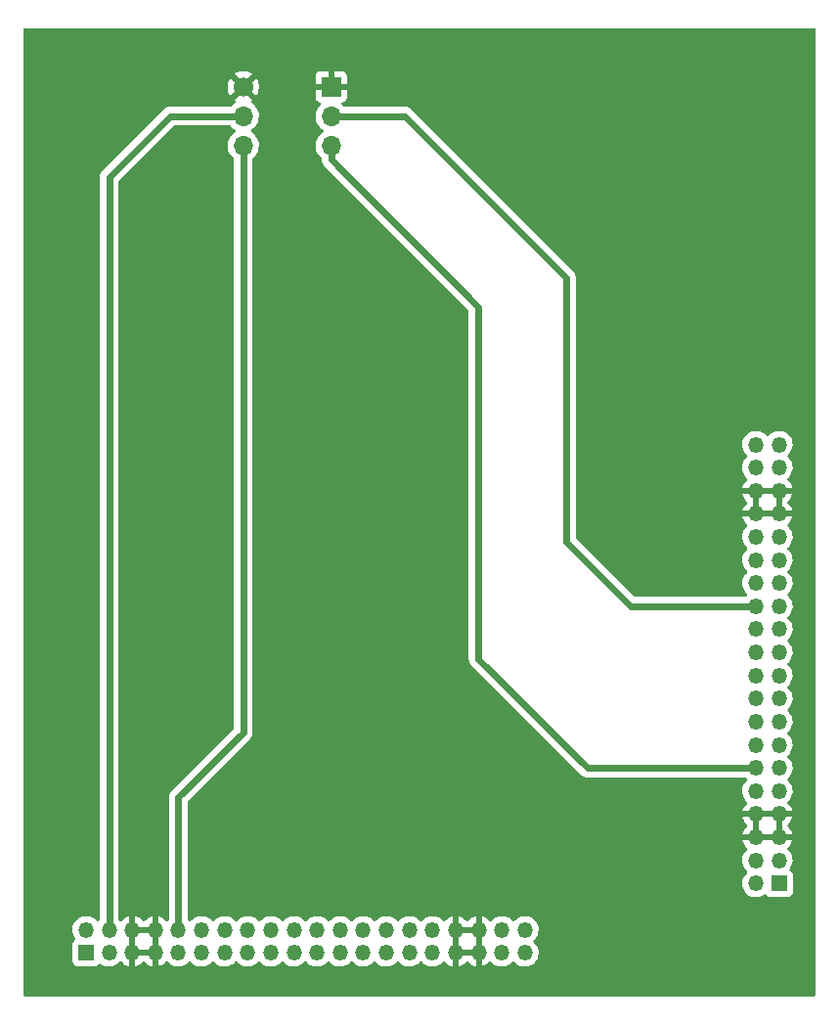
<source format=gbr>
%TF.GenerationSoftware,KiCad,Pcbnew,6.0.11-2627ca5db0~126~ubuntu22.04.1*%
%TF.CreationDate,2023-04-08T18:09:56+03:00*%
%TF.ProjectId,wt32-sc01_kicad,77743332-2d73-4633-9031-5f6b69636164,rev?*%
%TF.SameCoordinates,PXb0d48e0PY791ddc0*%
%TF.FileFunction,Copper,L1,Top*%
%TF.FilePolarity,Positive*%
%FSLAX46Y46*%
G04 Gerber Fmt 4.6, Leading zero omitted, Abs format (unit mm)*
G04 Created by KiCad (PCBNEW 6.0.11-2627ca5db0~126~ubuntu22.04.1) date 2023-04-08 18:09:56*
%MOMM*%
%LPD*%
G01*
G04 APERTURE LIST*
%TA.AperFunction,ComponentPad*%
%ADD10R,1.700000X1.700000*%
%TD*%
%TA.AperFunction,ComponentPad*%
%ADD11O,1.700000X1.700000*%
%TD*%
%TA.AperFunction,ComponentPad*%
%ADD12C,1.700000*%
%TD*%
%TA.AperFunction,ComponentPad*%
%ADD13O,1.350000X1.350000*%
%TD*%
%TA.AperFunction,ComponentPad*%
%ADD14R,1.350000X1.350000*%
%TD*%
%TA.AperFunction,Conductor*%
%ADD15C,0.600000*%
%TD*%
G04 APERTURE END LIST*
D10*
%TO.P,U2,1,LR*%
%TO.N,GND*%
X-58445000Y91425000D03*
D11*
%TO.P,U2,2,WS*%
%TO.N,Net-(U1-Pad26)*%
X-58445000Y88885000D03*
%TO.P,U2,3,SCK*%
%TO.N,Net-(U1-Pad12)*%
X-58445000Y86345000D03*
D12*
%TO.P,U2,4,GND*%
%TO.N,GND*%
X-66065000Y91425000D03*
D11*
%TO.P,U2,5,VDD*%
%TO.N,+3.3V*%
X-66065000Y88885000D03*
%TO.P,U2,6,SD*%
%TO.N,Net-(U1-Pad10)*%
X-66065000Y86345000D03*
%TD*%
D13*
%TO.P,U1,40,+5V*%
%TO.N,+5V*%
X-41674000Y18452000D03*
X-21674000Y60452000D03*
%TO.P,U1,39,+5V*%
X-19674000Y60452000D03*
X-41674000Y16452000D03*
%TO.P,U1,38,+3V3*%
%TO.N,+3.3V*%
X-21674000Y58452000D03*
X-43674000Y18452000D03*
%TO.P,U1,37,+3V3*%
X-43674000Y16452000D03*
X-19674000Y58452000D03*
%TO.P,U1,36,GND*%
%TO.N,GND*%
X-21674000Y56452000D03*
X-45674000Y18452000D03*
%TO.P,U1,35,GND*%
X-19674000Y56452000D03*
X-45674000Y16452000D03*
%TO.P,U1,34,GND*%
X-47674000Y18452000D03*
X-21674000Y54452000D03*
%TO.P,U1,33,GND*%
X-19674000Y54452000D03*
X-47674000Y16452000D03*
%TO.P,U1,32,IO35*%
%TO.N,unconnected-(U1-Pad32)*%
X-21674000Y52452000D03*
X-49674000Y18452000D03*
%TO.P,U1,31,IO33*%
%TO.N,unconnected-(U1-Pad31)*%
X-49674000Y16452000D03*
X-19674000Y52452000D03*
%TO.P,U1,30,IO26*%
%TO.N,unconnected-(U1-Pad30)*%
X-21674000Y50452000D03*
X-51674000Y18452000D03*
%TO.P,U1,29,IO32*%
%TO.N,unconnected-(U1-Pad29)*%
X-51674000Y16452000D03*
X-19674000Y50452000D03*
%TO.P,U1,28,IO25*%
%TO.N,unconnected-(U1-Pad28)*%
X-53674000Y18452000D03*
X-21674000Y48452000D03*
%TO.P,U1,27,IO27*%
%TO.N,unconnected-(U1-Pad27)*%
X-19674000Y48452000D03*
X-53674000Y16452000D03*
%TO.P,U1,26,IO5-HI*%
%TO.N,Net-(U1-Pad26)*%
X-55674000Y18452000D03*
X-21674000Y46452000D03*
%TO.P,U1,25,IO14_LSCL*%
%TO.N,unconnected-(U1-Pad25)*%
X-19674000Y46452000D03*
X-55674000Y16452000D03*
%TO.P,U1,24,IO0-LO*%
%TO.N,unconnected-(U1-Pad24)*%
X-21674000Y44452000D03*
X-57674000Y18452000D03*
%TO.P,U1,23,IO12-LO*%
%TO.N,unconnected-(U1-Pad23)*%
X-57674000Y16452000D03*
X-19674000Y44452000D03*
%TO.P,U1,22,IO23_LBCLK*%
%TO.N,unconnected-(U1-Pad22)*%
X-21674000Y42452000D03*
X-59674000Y18452000D03*
%TO.P,U1,21,TXD0*%
%TO.N,unconnected-(U1-Pad21)*%
X-59674000Y16452000D03*
X-19674000Y42452000D03*
%TO.P,U1,20,IO22_LRST*%
%TO.N,unconnected-(U1-Pad20)*%
X-21674000Y40452000D03*
X-61674000Y18452000D03*
%TO.P,U1,19,IO21_LDC*%
%TO.N,unconnected-(U1-Pad19)*%
X-61674000Y16452000D03*
X-19674000Y40452000D03*
%TO.P,U1,18,EN*%
%TO.N,unconnected-(U1-Pad18)*%
X-21674000Y38452000D03*
X-63674000Y18452000D03*
%TO.P,U1,17,IO18_I2C_SDA*%
%TO.N,unconnected-(U1-Pad17)*%
X-19674000Y38452000D03*
X-63674000Y16452000D03*
%TO.P,U1,16,IO13_LMOSI*%
%TO.N,unconnected-(U1-Pad16)*%
X-65674000Y18452000D03*
X-21674000Y36452000D03*
%TO.P,U1,15,IO19_I2C_SCL*%
%TO.N,unconnected-(U1-Pad15)*%
X-65674000Y16452000D03*
X-19674000Y36452000D03*
%TO.P,U1,14,IO15_LCS*%
%TO.N,unconnected-(U1-Pad14)*%
X-67674000Y18452000D03*
X-21674000Y34452000D03*
%TO.P,U1,13,IO34*%
%TO.N,unconnected-(U1-Pad13)*%
X-67674000Y16452000D03*
X-19674000Y34452000D03*
%TO.P,U1,12,IO2-LO*%
%TO.N,Net-(U1-Pad12)*%
X-69674000Y18452000D03*
X-21674000Y32452000D03*
%TO.P,U1,11,VN*%
%TO.N,unconnected-(U1-Pad11)*%
X-69674000Y16452000D03*
X-19674000Y32452000D03*
%TO.P,U1,10,IO4*%
%TO.N,Net-(U1-Pad10)*%
X-71674000Y18452000D03*
X-21674000Y30452000D03*
%TO.P,U1,9,VP*%
%TO.N,unconnected-(U1-Pad9)*%
X-71674000Y16452000D03*
X-19674000Y30452000D03*
%TO.P,U1,8,GND*%
%TO.N,GND*%
X-21674000Y28452000D03*
X-73674000Y18452000D03*
%TO.P,U1,7,GND*%
X-19674000Y28452000D03*
X-73674000Y16452000D03*
%TO.P,U1,6,GND*%
X-75674000Y18452000D03*
X-21674000Y26452000D03*
%TO.P,U1,5,GND*%
X-75674000Y16452000D03*
X-19674000Y26452000D03*
%TO.P,U1,4,+3V3*%
%TO.N,+3.3V*%
X-77674000Y18452000D03*
X-21674000Y24452000D03*
%TO.P,U1,3,+3V3*%
X-19674000Y24452000D03*
X-77674000Y16452000D03*
%TO.P,U1,2,+5V*%
%TO.N,+5V*%
X-21674000Y22452000D03*
X-79674000Y18452000D03*
D14*
%TO.P,U1,1,+5V*%
X-79674000Y16452000D03*
X-19674000Y22452000D03*
%TD*%
D15*
%TO.N,+3.3V*%
X-66065000Y88885000D02*
X-72405000Y88885000D01*
X-72405000Y88885000D02*
X-77674000Y83616000D01*
X-77674000Y83616000D02*
X-77674000Y18452000D01*
%TO.N,Net-(U1-Pad10)*%
X-66065000Y86345000D02*
X-66065000Y35535000D01*
X-66065000Y35535000D02*
X-71674000Y29926000D01*
X-71674000Y29926000D02*
X-71674000Y18452000D01*
%TO.N,Net-(U1-Pad12)*%
X-58445000Y86345000D02*
X-58445000Y85115000D01*
X-58445000Y85115000D02*
X-45720000Y72390000D01*
X-45720000Y72390000D02*
X-45720000Y41910000D01*
X-45720000Y41910000D02*
X-36262000Y32452000D01*
X-36262000Y32452000D02*
X-21674000Y32452000D01*
%TO.N,Net-(U1-Pad26)*%
X-58445000Y88885000D02*
X-52055000Y88885000D01*
X-52055000Y88885000D02*
X-38100000Y74930000D01*
X-38100000Y74930000D02*
X-38100000Y52070000D01*
X-38100000Y52070000D02*
X-32482000Y46452000D01*
X-32482000Y46452000D02*
X-21674000Y46452000D01*
%TD*%
%TA.AperFunction,Conductor*%
%TO.N,GND*%
G36*
X-16567879Y96499998D02*
G01*
X-16521386Y96446342D01*
X-16510000Y96394000D01*
X-16510000Y12826000D01*
X-16530002Y12757879D01*
X-16583658Y12711386D01*
X-16636000Y12700000D01*
X-84964000Y12700000D01*
X-85032121Y12720002D01*
X-85078614Y12773658D01*
X-85090000Y12826000D01*
X-85090000Y18483113D01*
X-80862163Y18483113D01*
X-80847937Y18266067D01*
X-80846516Y18260471D01*
X-80846515Y18260466D01*
X-80795816Y18060842D01*
X-80794395Y18055247D01*
X-80703332Y17857715D01*
X-80607370Y17721932D01*
X-80584390Y17654760D01*
X-80601374Y17585825D01*
X-80634703Y17548388D01*
X-80645549Y17540259D01*
X-80712261Y17490261D01*
X-80799615Y17373705D01*
X-80850745Y17237316D01*
X-80857500Y17175134D01*
X-80857500Y15728866D01*
X-80850745Y15666684D01*
X-80799615Y15530295D01*
X-80712261Y15413739D01*
X-80595705Y15326385D01*
X-80459316Y15275255D01*
X-80397134Y15268500D01*
X-78950866Y15268500D01*
X-78888684Y15275255D01*
X-78752295Y15326385D01*
X-78635739Y15413739D01*
X-78578786Y15489731D01*
X-78521927Y15532246D01*
X-78451108Y15537272D01*
X-78407958Y15518931D01*
X-78334812Y15470056D01*
X-78241137Y15407464D01*
X-78235829Y15405183D01*
X-78235828Y15405183D01*
X-78046591Y15323881D01*
X-78046588Y15323880D01*
X-78041288Y15321603D01*
X-78035658Y15320329D01*
X-77928092Y15295989D01*
X-77829140Y15273598D01*
X-77823369Y15273371D01*
X-77823367Y15273371D01*
X-77750380Y15270504D01*
X-77611795Y15265059D01*
X-77396534Y15296270D01*
X-77391070Y15298125D01*
X-77391065Y15298126D01*
X-77196037Y15364329D01*
X-77196032Y15364331D01*
X-77190565Y15366187D01*
X-77184704Y15369469D01*
X-77092834Y15420919D01*
X-77000787Y15472468D01*
X-76833554Y15611554D01*
X-76773422Y15683855D01*
X-76714485Y15723439D01*
X-76643503Y15724875D01*
X-76580736Y15685115D01*
X-76573280Y15676385D01*
X-76425809Y15532725D01*
X-76416876Y15525491D01*
X-76245701Y15411116D01*
X-76235591Y15405626D01*
X-76046434Y15324358D01*
X-76035501Y15320806D01*
X-75945668Y15300479D01*
X-75931595Y15301368D01*
X-75928000Y15310767D01*
X-75928000Y15311488D01*
X-75420000Y15311488D01*
X-75416034Y15297982D01*
X-75402117Y15295989D01*
X-75391183Y15298614D01*
X-75196237Y15364790D01*
X-75185728Y15369469D01*
X-75006118Y15470056D01*
X-74996625Y15476580D01*
X-74838347Y15608218D01*
X-74830218Y15616347D01*
X-74773751Y15684241D01*
X-74714813Y15723825D01*
X-74643831Y15725261D01*
X-74581062Y15685498D01*
X-74573276Y15676381D01*
X-74425809Y15532725D01*
X-74416876Y15525491D01*
X-74245701Y15411116D01*
X-74235591Y15405626D01*
X-74046434Y15324358D01*
X-74035501Y15320806D01*
X-73945668Y15300479D01*
X-73931595Y15301368D01*
X-73928000Y15310767D01*
X-73928000Y16179885D01*
X-73932475Y16195124D01*
X-73933865Y16196329D01*
X-73941548Y16198000D01*
X-75401885Y16198000D01*
X-75417124Y16193525D01*
X-75418329Y16192135D01*
X-75420000Y16184452D01*
X-75420000Y15311488D01*
X-75928000Y15311488D01*
X-75928000Y16724115D01*
X-75420000Y16724115D01*
X-75415525Y16708876D01*
X-75414135Y16707671D01*
X-75406452Y16706000D01*
X-73946115Y16706000D01*
X-73930876Y16710475D01*
X-73929671Y16711865D01*
X-73928000Y16719548D01*
X-73928000Y18179885D01*
X-73932475Y18195124D01*
X-73933865Y18196329D01*
X-73941548Y18198000D01*
X-75401885Y18198000D01*
X-75417124Y18193525D01*
X-75418329Y18192135D01*
X-75420000Y18184452D01*
X-75420000Y16724115D01*
X-75928000Y16724115D01*
X-75928000Y18724115D01*
X-75420000Y18724115D01*
X-75415525Y18708876D01*
X-75414135Y18707671D01*
X-75406452Y18706000D01*
X-73946115Y18706000D01*
X-73930876Y18710475D01*
X-73929671Y18711865D01*
X-73928000Y18719548D01*
X-73928000Y19590663D01*
X-73931806Y19603625D01*
X-73946722Y19605561D01*
X-73975798Y19600565D01*
X-73986918Y19597585D01*
X-74180060Y19526331D01*
X-74190438Y19521381D01*
X-74367361Y19416123D01*
X-74376673Y19409357D01*
X-74531453Y19273619D01*
X-74539371Y19265275D01*
X-74574004Y19221344D01*
X-74631885Y19180232D01*
X-74702805Y19176938D01*
X-74764248Y19212510D01*
X-74773912Y19223963D01*
X-74787637Y19242344D01*
X-74795338Y19250897D01*
X-74946510Y19390639D01*
X-74955635Y19397640D01*
X-75129745Y19507495D01*
X-75139992Y19512716D01*
X-75331207Y19589003D01*
X-75342233Y19592270D01*
X-75402230Y19604203D01*
X-75415106Y19603051D01*
X-75420000Y19587898D01*
X-75420000Y18724115D01*
X-75928000Y18724115D01*
X-75928000Y19590663D01*
X-75931806Y19603625D01*
X-75946722Y19605561D01*
X-75975798Y19600565D01*
X-75986918Y19597585D01*
X-76180060Y19526331D01*
X-76190438Y19521381D01*
X-76367361Y19416123D01*
X-76376673Y19409357D01*
X-76531453Y19273619D01*
X-76539371Y19265275D01*
X-76573683Y19221751D01*
X-76631564Y19180639D01*
X-76702484Y19177345D01*
X-76763927Y19212917D01*
X-76773590Y19224369D01*
X-76787267Y19242685D01*
X-76787268Y19242686D01*
X-76790720Y19247309D01*
X-76825029Y19279024D01*
X-76861474Y19339953D01*
X-76865500Y19371549D01*
X-76865500Y83228918D01*
X-76845498Y83297039D01*
X-76828595Y83318013D01*
X-72107013Y88039595D01*
X-72044701Y88073621D01*
X-72017918Y88076500D01*
X-67219611Y88076500D01*
X-67151490Y88056498D01*
X-67124375Y88032999D01*
X-67018750Y87911062D01*
X-66846874Y87768368D01*
X-66776405Y87727189D01*
X-66773555Y87725524D01*
X-66724831Y87673886D01*
X-66711760Y87604103D01*
X-66738491Y87538331D01*
X-66778945Y87504973D01*
X-66791393Y87498493D01*
X-66795526Y87495390D01*
X-66795529Y87495388D01*
X-66819753Y87477200D01*
X-66970035Y87364365D01*
X-67124371Y87202862D01*
X-67250257Y87018320D01*
X-67344312Y86815695D01*
X-67404011Y86600430D01*
X-67427749Y86378305D01*
X-67427452Y86373152D01*
X-67427452Y86373149D01*
X-67421989Y86278410D01*
X-67414890Y86155285D01*
X-67413753Y86150239D01*
X-67413752Y86150233D01*
X-67393881Y86062061D01*
X-67365778Y85937361D01*
X-67281734Y85730384D01*
X-67165013Y85539912D01*
X-67018750Y85371062D01*
X-67014775Y85367762D01*
X-67014772Y85367759D01*
X-66919015Y85288260D01*
X-66879380Y85229357D01*
X-66873500Y85191316D01*
X-66873500Y35922082D01*
X-66893502Y35853961D01*
X-66910405Y35832987D01*
X-72239158Y30504234D01*
X-72240095Y30503306D01*
X-72296269Y30448296D01*
X-72304507Y30440229D01*
X-72327998Y30403779D01*
X-72335417Y30393454D01*
X-72362476Y30359557D01*
X-72365541Y30353216D01*
X-72365542Y30353215D01*
X-72377072Y30329363D01*
X-72384601Y30315946D01*
X-72402765Y30287762D01*
X-72405173Y30281145D01*
X-72405176Y30281140D01*
X-72417592Y30247027D01*
X-72422553Y30235284D01*
X-72438354Y30202597D01*
X-72438356Y30202592D01*
X-72441421Y30196251D01*
X-72443004Y30189393D01*
X-72443005Y30189391D01*
X-72448965Y30163574D01*
X-72453332Y30148831D01*
X-72464803Y30117315D01*
X-72465686Y30110325D01*
X-72465688Y30110317D01*
X-72470238Y30074299D01*
X-72472474Y30061747D01*
X-72473974Y30055247D01*
X-72482224Y30019515D01*
X-72482249Y30012469D01*
X-72482249Y30012466D01*
X-72482366Y29978944D01*
X-72482395Y29978062D01*
X-72482500Y29977231D01*
X-72482500Y29940581D01*
X-72482501Y29940141D01*
X-72482770Y29862960D01*
X-72482857Y29838130D01*
X-72482589Y29836930D01*
X-72482500Y29835293D01*
X-72482500Y19374305D01*
X-72502502Y19306184D01*
X-72525424Y19279572D01*
X-72531813Y19273969D01*
X-72531816Y19273966D01*
X-72536158Y19270158D01*
X-72539733Y19265623D01*
X-72539734Y19265622D01*
X-72574312Y19221760D01*
X-72632193Y19180647D01*
X-72703113Y19177353D01*
X-72764556Y19212925D01*
X-72774220Y19224378D01*
X-72787636Y19242345D01*
X-72795329Y19250889D01*
X-72946510Y19390639D01*
X-72955635Y19397640D01*
X-73129745Y19507495D01*
X-73139992Y19512716D01*
X-73331207Y19589003D01*
X-73342233Y19592270D01*
X-73402230Y19604203D01*
X-73415106Y19603051D01*
X-73420000Y19587898D01*
X-73420000Y15311488D01*
X-73416034Y15297982D01*
X-73402117Y15295989D01*
X-73391183Y15298614D01*
X-73196237Y15364790D01*
X-73185728Y15369469D01*
X-73006118Y15470056D01*
X-72996625Y15476580D01*
X-72838347Y15608218D01*
X-72830218Y15616347D01*
X-72774077Y15683849D01*
X-72715139Y15723433D01*
X-72644157Y15724869D01*
X-72581393Y15685112D01*
X-72581132Y15684807D01*
X-72577796Y15680086D01*
X-72421991Y15528308D01*
X-72417187Y15525098D01*
X-72364257Y15489731D01*
X-72241137Y15407464D01*
X-72235829Y15405183D01*
X-72235828Y15405183D01*
X-72046591Y15323881D01*
X-72046588Y15323880D01*
X-72041288Y15321603D01*
X-72035658Y15320329D01*
X-71928092Y15295989D01*
X-71829140Y15273598D01*
X-71823369Y15273371D01*
X-71823367Y15273371D01*
X-71750380Y15270504D01*
X-71611795Y15265059D01*
X-71396534Y15296270D01*
X-71391070Y15298125D01*
X-71391065Y15298126D01*
X-71196037Y15364329D01*
X-71196032Y15364331D01*
X-71190565Y15366187D01*
X-71184704Y15369469D01*
X-71092834Y15420919D01*
X-71000787Y15472468D01*
X-70833554Y15611554D01*
X-70773748Y15683463D01*
X-70714811Y15723047D01*
X-70643829Y15724483D01*
X-70581087Y15684742D01*
X-70577796Y15680086D01*
X-70573654Y15676051D01*
X-70573652Y15676049D01*
X-70507446Y15611554D01*
X-70421991Y15528308D01*
X-70417187Y15525098D01*
X-70364257Y15489731D01*
X-70241137Y15407464D01*
X-70235829Y15405183D01*
X-70235828Y15405183D01*
X-70046591Y15323881D01*
X-70046588Y15323880D01*
X-70041288Y15321603D01*
X-70035658Y15320329D01*
X-69928092Y15295989D01*
X-69829140Y15273598D01*
X-69823369Y15273371D01*
X-69823367Y15273371D01*
X-69750380Y15270504D01*
X-69611795Y15265059D01*
X-69396534Y15296270D01*
X-69391070Y15298125D01*
X-69391065Y15298126D01*
X-69196037Y15364329D01*
X-69196032Y15364331D01*
X-69190565Y15366187D01*
X-69184704Y15369469D01*
X-69092834Y15420919D01*
X-69000787Y15472468D01*
X-68833554Y15611554D01*
X-68773748Y15683463D01*
X-68714811Y15723047D01*
X-68643829Y15724483D01*
X-68581087Y15684742D01*
X-68577796Y15680086D01*
X-68573654Y15676051D01*
X-68573652Y15676049D01*
X-68507446Y15611554D01*
X-68421991Y15528308D01*
X-68417187Y15525098D01*
X-68364257Y15489731D01*
X-68241137Y15407464D01*
X-68235829Y15405183D01*
X-68235828Y15405183D01*
X-68046591Y15323881D01*
X-68046588Y15323880D01*
X-68041288Y15321603D01*
X-68035658Y15320329D01*
X-67928092Y15295989D01*
X-67829140Y15273598D01*
X-67823369Y15273371D01*
X-67823367Y15273371D01*
X-67750380Y15270504D01*
X-67611795Y15265059D01*
X-67396534Y15296270D01*
X-67391070Y15298125D01*
X-67391065Y15298126D01*
X-67196037Y15364329D01*
X-67196032Y15364331D01*
X-67190565Y15366187D01*
X-67184704Y15369469D01*
X-67092834Y15420919D01*
X-67000787Y15472468D01*
X-66833554Y15611554D01*
X-66773748Y15683463D01*
X-66714811Y15723047D01*
X-66643829Y15724483D01*
X-66581087Y15684742D01*
X-66577796Y15680086D01*
X-66573654Y15676051D01*
X-66573652Y15676049D01*
X-66507446Y15611554D01*
X-66421991Y15528308D01*
X-66417187Y15525098D01*
X-66364257Y15489731D01*
X-66241137Y15407464D01*
X-66235829Y15405183D01*
X-66235828Y15405183D01*
X-66046591Y15323881D01*
X-66046588Y15323880D01*
X-66041288Y15321603D01*
X-66035658Y15320329D01*
X-65928092Y15295989D01*
X-65829140Y15273598D01*
X-65823369Y15273371D01*
X-65823367Y15273371D01*
X-65750380Y15270504D01*
X-65611795Y15265059D01*
X-65396534Y15296270D01*
X-65391070Y15298125D01*
X-65391065Y15298126D01*
X-65196037Y15364329D01*
X-65196032Y15364331D01*
X-65190565Y15366187D01*
X-65184704Y15369469D01*
X-65092834Y15420919D01*
X-65000787Y15472468D01*
X-64833554Y15611554D01*
X-64773748Y15683463D01*
X-64714811Y15723047D01*
X-64643829Y15724483D01*
X-64581087Y15684742D01*
X-64577796Y15680086D01*
X-64573654Y15676051D01*
X-64573652Y15676049D01*
X-64507446Y15611554D01*
X-64421991Y15528308D01*
X-64417187Y15525098D01*
X-64364257Y15489731D01*
X-64241137Y15407464D01*
X-64235829Y15405183D01*
X-64235828Y15405183D01*
X-64046591Y15323881D01*
X-64046588Y15323880D01*
X-64041288Y15321603D01*
X-64035658Y15320329D01*
X-63928092Y15295989D01*
X-63829140Y15273598D01*
X-63823369Y15273371D01*
X-63823367Y15273371D01*
X-63750380Y15270504D01*
X-63611795Y15265059D01*
X-63396534Y15296270D01*
X-63391070Y15298125D01*
X-63391065Y15298126D01*
X-63196037Y15364329D01*
X-63196032Y15364331D01*
X-63190565Y15366187D01*
X-63184704Y15369469D01*
X-63092834Y15420919D01*
X-63000787Y15472468D01*
X-62833554Y15611554D01*
X-62773748Y15683463D01*
X-62714811Y15723047D01*
X-62643829Y15724483D01*
X-62581087Y15684742D01*
X-62577796Y15680086D01*
X-62573654Y15676051D01*
X-62573652Y15676049D01*
X-62507446Y15611554D01*
X-62421991Y15528308D01*
X-62417187Y15525098D01*
X-62364257Y15489731D01*
X-62241137Y15407464D01*
X-62235829Y15405183D01*
X-62235828Y15405183D01*
X-62046591Y15323881D01*
X-62046588Y15323880D01*
X-62041288Y15321603D01*
X-62035658Y15320329D01*
X-61928092Y15295989D01*
X-61829140Y15273598D01*
X-61823369Y15273371D01*
X-61823367Y15273371D01*
X-61750380Y15270504D01*
X-61611795Y15265059D01*
X-61396534Y15296270D01*
X-61391070Y15298125D01*
X-61391065Y15298126D01*
X-61196037Y15364329D01*
X-61196032Y15364331D01*
X-61190565Y15366187D01*
X-61184704Y15369469D01*
X-61092834Y15420919D01*
X-61000787Y15472468D01*
X-60833554Y15611554D01*
X-60773748Y15683463D01*
X-60714811Y15723047D01*
X-60643829Y15724483D01*
X-60581087Y15684742D01*
X-60577796Y15680086D01*
X-60573654Y15676051D01*
X-60573652Y15676049D01*
X-60507446Y15611554D01*
X-60421991Y15528308D01*
X-60417187Y15525098D01*
X-60364257Y15489731D01*
X-60241137Y15407464D01*
X-60235829Y15405183D01*
X-60235828Y15405183D01*
X-60046591Y15323881D01*
X-60046588Y15323880D01*
X-60041288Y15321603D01*
X-60035658Y15320329D01*
X-59928092Y15295989D01*
X-59829140Y15273598D01*
X-59823369Y15273371D01*
X-59823367Y15273371D01*
X-59750380Y15270504D01*
X-59611795Y15265059D01*
X-59396534Y15296270D01*
X-59391070Y15298125D01*
X-59391065Y15298126D01*
X-59196037Y15364329D01*
X-59196032Y15364331D01*
X-59190565Y15366187D01*
X-59184704Y15369469D01*
X-59092834Y15420919D01*
X-59000787Y15472468D01*
X-58833554Y15611554D01*
X-58773748Y15683463D01*
X-58714811Y15723047D01*
X-58643829Y15724483D01*
X-58581087Y15684742D01*
X-58577796Y15680086D01*
X-58573654Y15676051D01*
X-58573652Y15676049D01*
X-58507446Y15611554D01*
X-58421991Y15528308D01*
X-58417187Y15525098D01*
X-58364257Y15489731D01*
X-58241137Y15407464D01*
X-58235829Y15405183D01*
X-58235828Y15405183D01*
X-58046591Y15323881D01*
X-58046588Y15323880D01*
X-58041288Y15321603D01*
X-58035658Y15320329D01*
X-57928092Y15295989D01*
X-57829140Y15273598D01*
X-57823369Y15273371D01*
X-57823367Y15273371D01*
X-57750380Y15270504D01*
X-57611795Y15265059D01*
X-57396534Y15296270D01*
X-57391070Y15298125D01*
X-57391065Y15298126D01*
X-57196037Y15364329D01*
X-57196032Y15364331D01*
X-57190565Y15366187D01*
X-57184704Y15369469D01*
X-57092834Y15420919D01*
X-57000787Y15472468D01*
X-56833554Y15611554D01*
X-56773748Y15683463D01*
X-56714811Y15723047D01*
X-56643829Y15724483D01*
X-56581087Y15684742D01*
X-56577796Y15680086D01*
X-56573654Y15676051D01*
X-56573652Y15676049D01*
X-56507446Y15611554D01*
X-56421991Y15528308D01*
X-56417187Y15525098D01*
X-56364257Y15489731D01*
X-56241137Y15407464D01*
X-56235829Y15405183D01*
X-56235828Y15405183D01*
X-56046591Y15323881D01*
X-56046588Y15323880D01*
X-56041288Y15321603D01*
X-56035658Y15320329D01*
X-55928092Y15295989D01*
X-55829140Y15273598D01*
X-55823369Y15273371D01*
X-55823367Y15273371D01*
X-55750380Y15270504D01*
X-55611795Y15265059D01*
X-55396534Y15296270D01*
X-55391070Y15298125D01*
X-55391065Y15298126D01*
X-55196037Y15364329D01*
X-55196032Y15364331D01*
X-55190565Y15366187D01*
X-55184704Y15369469D01*
X-55092834Y15420919D01*
X-55000787Y15472468D01*
X-54833554Y15611554D01*
X-54773748Y15683463D01*
X-54714811Y15723047D01*
X-54643829Y15724483D01*
X-54581087Y15684742D01*
X-54577796Y15680086D01*
X-54573654Y15676051D01*
X-54573652Y15676049D01*
X-54507446Y15611554D01*
X-54421991Y15528308D01*
X-54417187Y15525098D01*
X-54364257Y15489731D01*
X-54241137Y15407464D01*
X-54235829Y15405183D01*
X-54235828Y15405183D01*
X-54046591Y15323881D01*
X-54046588Y15323880D01*
X-54041288Y15321603D01*
X-54035658Y15320329D01*
X-53928092Y15295989D01*
X-53829140Y15273598D01*
X-53823369Y15273371D01*
X-53823367Y15273371D01*
X-53750380Y15270504D01*
X-53611795Y15265059D01*
X-53396534Y15296270D01*
X-53391070Y15298125D01*
X-53391065Y15298126D01*
X-53196037Y15364329D01*
X-53196032Y15364331D01*
X-53190565Y15366187D01*
X-53184704Y15369469D01*
X-53092834Y15420919D01*
X-53000787Y15472468D01*
X-52833554Y15611554D01*
X-52773748Y15683463D01*
X-52714811Y15723047D01*
X-52643829Y15724483D01*
X-52581087Y15684742D01*
X-52577796Y15680086D01*
X-52573654Y15676051D01*
X-52573652Y15676049D01*
X-52507446Y15611554D01*
X-52421991Y15528308D01*
X-52417187Y15525098D01*
X-52364257Y15489731D01*
X-52241137Y15407464D01*
X-52235829Y15405183D01*
X-52235828Y15405183D01*
X-52046591Y15323881D01*
X-52046588Y15323880D01*
X-52041288Y15321603D01*
X-52035658Y15320329D01*
X-51928092Y15295989D01*
X-51829140Y15273598D01*
X-51823369Y15273371D01*
X-51823367Y15273371D01*
X-51750380Y15270504D01*
X-51611795Y15265059D01*
X-51396534Y15296270D01*
X-51391070Y15298125D01*
X-51391065Y15298126D01*
X-51196037Y15364329D01*
X-51196032Y15364331D01*
X-51190565Y15366187D01*
X-51184704Y15369469D01*
X-51092834Y15420919D01*
X-51000787Y15472468D01*
X-50833554Y15611554D01*
X-50773748Y15683463D01*
X-50714811Y15723047D01*
X-50643829Y15724483D01*
X-50581087Y15684742D01*
X-50577796Y15680086D01*
X-50573654Y15676051D01*
X-50573652Y15676049D01*
X-50507446Y15611554D01*
X-50421991Y15528308D01*
X-50417187Y15525098D01*
X-50364257Y15489731D01*
X-50241137Y15407464D01*
X-50235829Y15405183D01*
X-50235828Y15405183D01*
X-50046591Y15323881D01*
X-50046588Y15323880D01*
X-50041288Y15321603D01*
X-50035658Y15320329D01*
X-49928092Y15295989D01*
X-49829140Y15273598D01*
X-49823369Y15273371D01*
X-49823367Y15273371D01*
X-49750380Y15270504D01*
X-49611795Y15265059D01*
X-49396534Y15296270D01*
X-49391070Y15298125D01*
X-49391065Y15298126D01*
X-49196037Y15364329D01*
X-49196032Y15364331D01*
X-49190565Y15366187D01*
X-49184704Y15369469D01*
X-49092834Y15420919D01*
X-49000787Y15472468D01*
X-48833554Y15611554D01*
X-48773422Y15683855D01*
X-48714485Y15723439D01*
X-48643503Y15724875D01*
X-48580736Y15685115D01*
X-48573280Y15676385D01*
X-48425809Y15532725D01*
X-48416876Y15525491D01*
X-48245701Y15411116D01*
X-48235591Y15405626D01*
X-48046434Y15324358D01*
X-48035501Y15320806D01*
X-47945668Y15300479D01*
X-47931595Y15301368D01*
X-47928000Y15310767D01*
X-47928000Y15311488D01*
X-47420000Y15311488D01*
X-47416034Y15297982D01*
X-47402117Y15295989D01*
X-47391183Y15298614D01*
X-47196237Y15364790D01*
X-47185728Y15369469D01*
X-47006118Y15470056D01*
X-46996625Y15476580D01*
X-46838347Y15608218D01*
X-46830218Y15616347D01*
X-46773751Y15684241D01*
X-46714813Y15723825D01*
X-46643831Y15725261D01*
X-46581062Y15685498D01*
X-46573276Y15676381D01*
X-46425809Y15532725D01*
X-46416876Y15525491D01*
X-46245701Y15411116D01*
X-46235591Y15405626D01*
X-46046434Y15324358D01*
X-46035501Y15320806D01*
X-45945668Y15300479D01*
X-45931595Y15301368D01*
X-45928000Y15310767D01*
X-45928000Y15311488D01*
X-45420000Y15311488D01*
X-45416034Y15297982D01*
X-45402117Y15295989D01*
X-45391183Y15298614D01*
X-45196237Y15364790D01*
X-45185728Y15369469D01*
X-45006118Y15470056D01*
X-44996625Y15476580D01*
X-44838347Y15608218D01*
X-44830218Y15616347D01*
X-44774077Y15683849D01*
X-44715139Y15723433D01*
X-44644157Y15724869D01*
X-44581393Y15685112D01*
X-44581132Y15684807D01*
X-44577796Y15680086D01*
X-44421991Y15528308D01*
X-44417187Y15525098D01*
X-44364257Y15489731D01*
X-44241137Y15407464D01*
X-44235829Y15405183D01*
X-44235828Y15405183D01*
X-44046591Y15323881D01*
X-44046588Y15323880D01*
X-44041288Y15321603D01*
X-44035658Y15320329D01*
X-43928092Y15295989D01*
X-43829140Y15273598D01*
X-43823369Y15273371D01*
X-43823367Y15273371D01*
X-43750380Y15270504D01*
X-43611795Y15265059D01*
X-43396534Y15296270D01*
X-43391070Y15298125D01*
X-43391065Y15298126D01*
X-43196037Y15364329D01*
X-43196032Y15364331D01*
X-43190565Y15366187D01*
X-43184704Y15369469D01*
X-43092834Y15420919D01*
X-43000787Y15472468D01*
X-42833554Y15611554D01*
X-42773748Y15683463D01*
X-42714811Y15723047D01*
X-42643829Y15724483D01*
X-42581087Y15684742D01*
X-42577796Y15680086D01*
X-42573654Y15676051D01*
X-42573652Y15676049D01*
X-42507446Y15611554D01*
X-42421991Y15528308D01*
X-42417187Y15525098D01*
X-42364257Y15489731D01*
X-42241137Y15407464D01*
X-42235829Y15405183D01*
X-42235828Y15405183D01*
X-42046591Y15323881D01*
X-42046588Y15323880D01*
X-42041288Y15321603D01*
X-42035658Y15320329D01*
X-41928092Y15295989D01*
X-41829140Y15273598D01*
X-41823369Y15273371D01*
X-41823367Y15273371D01*
X-41750380Y15270504D01*
X-41611795Y15265059D01*
X-41396534Y15296270D01*
X-41391070Y15298125D01*
X-41391065Y15298126D01*
X-41196037Y15364329D01*
X-41196032Y15364331D01*
X-41190565Y15366187D01*
X-41184704Y15369469D01*
X-41092834Y15420919D01*
X-41000787Y15472468D01*
X-40833554Y15611554D01*
X-40694468Y15778787D01*
X-40588187Y15968565D01*
X-40586331Y15974032D01*
X-40586329Y15974037D01*
X-40520126Y16169065D01*
X-40520125Y16169070D01*
X-40518270Y16174534D01*
X-40487059Y16389795D01*
X-40485430Y16452000D01*
X-40505333Y16668600D01*
X-40564374Y16877945D01*
X-40660577Y17073026D01*
X-40738171Y17176938D01*
X-40787267Y17242685D01*
X-40787268Y17242686D01*
X-40790720Y17247309D01*
X-40810155Y17265275D01*
X-40882430Y17332085D01*
X-40912922Y17360271D01*
X-40949367Y17421200D01*
X-40947086Y17492160D01*
X-40907962Y17549670D01*
X-40907937Y17549690D01*
X-40833554Y17611554D01*
X-40694468Y17778787D01*
X-40588187Y17968565D01*
X-40586331Y17974032D01*
X-40586329Y17974037D01*
X-40520126Y18169065D01*
X-40520125Y18169070D01*
X-40518270Y18174534D01*
X-40487059Y18389795D01*
X-40485430Y18452000D01*
X-40505333Y18668600D01*
X-40564374Y18877945D01*
X-40660577Y19073026D01*
X-40738171Y19176938D01*
X-40787267Y19242685D01*
X-40787268Y19242686D01*
X-40790720Y19247309D01*
X-40794956Y19251225D01*
X-40946204Y19391037D01*
X-40946207Y19391039D01*
X-40950444Y19394956D01*
X-41134401Y19511024D01*
X-41336428Y19591624D01*
X-41549761Y19634059D01*
X-41555536Y19634135D01*
X-41555540Y19634135D01*
X-41664581Y19635562D01*
X-41767254Y19636906D01*
X-41772951Y19635927D01*
X-41772952Y19635927D01*
X-41975935Y19601048D01*
X-41975938Y19601047D01*
X-41981625Y19600070D01*
X-42185693Y19524786D01*
X-42372624Y19413573D01*
X-42536158Y19270158D01*
X-42539730Y19265628D01*
X-42539731Y19265626D01*
X-42573993Y19222166D01*
X-42631875Y19181053D01*
X-42702795Y19177761D01*
X-42764237Y19213333D01*
X-42773900Y19224785D01*
X-42787263Y19242681D01*
X-42787270Y19242688D01*
X-42790720Y19247309D01*
X-42794956Y19251225D01*
X-42946204Y19391037D01*
X-42946207Y19391039D01*
X-42950444Y19394956D01*
X-43134401Y19511024D01*
X-43336428Y19591624D01*
X-43549761Y19634059D01*
X-43555536Y19634135D01*
X-43555540Y19634135D01*
X-43664581Y19635562D01*
X-43767254Y19636906D01*
X-43772951Y19635927D01*
X-43772952Y19635927D01*
X-43975935Y19601048D01*
X-43975938Y19601047D01*
X-43981625Y19600070D01*
X-44185693Y19524786D01*
X-44372624Y19413573D01*
X-44536158Y19270158D01*
X-44539730Y19265627D01*
X-44574312Y19221760D01*
X-44632193Y19180647D01*
X-44703113Y19177353D01*
X-44764556Y19212925D01*
X-44774220Y19224378D01*
X-44787636Y19242345D01*
X-44795329Y19250889D01*
X-44946510Y19390639D01*
X-44955635Y19397640D01*
X-45129745Y19507495D01*
X-45139992Y19512716D01*
X-45331207Y19589003D01*
X-45342233Y19592270D01*
X-45402230Y19604203D01*
X-45415106Y19603051D01*
X-45420000Y19587898D01*
X-45420000Y15311488D01*
X-45928000Y15311488D01*
X-45928000Y16179885D01*
X-45932475Y16195124D01*
X-45933865Y16196329D01*
X-45941548Y16198000D01*
X-47401885Y16198000D01*
X-47417124Y16193525D01*
X-47418329Y16192135D01*
X-47420000Y16184452D01*
X-47420000Y15311488D01*
X-47928000Y15311488D01*
X-47928000Y16724115D01*
X-47420000Y16724115D01*
X-47415525Y16708876D01*
X-47414135Y16707671D01*
X-47406452Y16706000D01*
X-45946115Y16706000D01*
X-45930876Y16710475D01*
X-45929671Y16711865D01*
X-45928000Y16719548D01*
X-45928000Y18179885D01*
X-45932475Y18195124D01*
X-45933865Y18196329D01*
X-45941548Y18198000D01*
X-47401885Y18198000D01*
X-47417124Y18193525D01*
X-47418329Y18192135D01*
X-47420000Y18184452D01*
X-47420000Y16724115D01*
X-47928000Y16724115D01*
X-47928000Y18724115D01*
X-47420000Y18724115D01*
X-47415525Y18708876D01*
X-47414135Y18707671D01*
X-47406452Y18706000D01*
X-45946115Y18706000D01*
X-45930876Y18710475D01*
X-45929671Y18711865D01*
X-45928000Y18719548D01*
X-45928000Y19590663D01*
X-45931806Y19603625D01*
X-45946722Y19605561D01*
X-45975798Y19600565D01*
X-45986918Y19597585D01*
X-46180060Y19526331D01*
X-46190438Y19521381D01*
X-46367361Y19416123D01*
X-46376673Y19409357D01*
X-46531453Y19273619D01*
X-46539371Y19265275D01*
X-46574004Y19221344D01*
X-46631885Y19180232D01*
X-46702805Y19176938D01*
X-46764248Y19212510D01*
X-46773912Y19223963D01*
X-46787637Y19242344D01*
X-46795338Y19250897D01*
X-46946510Y19390639D01*
X-46955635Y19397640D01*
X-47129745Y19507495D01*
X-47139992Y19512716D01*
X-47331207Y19589003D01*
X-47342233Y19592270D01*
X-47402230Y19604203D01*
X-47415106Y19603051D01*
X-47420000Y19587898D01*
X-47420000Y18724115D01*
X-47928000Y18724115D01*
X-47928000Y19590663D01*
X-47931806Y19603625D01*
X-47946722Y19605561D01*
X-47975798Y19600565D01*
X-47986918Y19597585D01*
X-48180060Y19526331D01*
X-48190438Y19521381D01*
X-48367361Y19416123D01*
X-48376673Y19409357D01*
X-48531453Y19273619D01*
X-48539371Y19265275D01*
X-48573683Y19221751D01*
X-48631564Y19180639D01*
X-48702484Y19177345D01*
X-48763927Y19212917D01*
X-48773590Y19224369D01*
X-48787267Y19242685D01*
X-48787268Y19242686D01*
X-48790720Y19247309D01*
X-48794956Y19251225D01*
X-48946204Y19391037D01*
X-48946207Y19391039D01*
X-48950444Y19394956D01*
X-49134401Y19511024D01*
X-49336428Y19591624D01*
X-49549761Y19634059D01*
X-49555536Y19634135D01*
X-49555540Y19634135D01*
X-49664581Y19635562D01*
X-49767254Y19636906D01*
X-49772951Y19635927D01*
X-49772952Y19635927D01*
X-49975935Y19601048D01*
X-49975938Y19601047D01*
X-49981625Y19600070D01*
X-50185693Y19524786D01*
X-50372624Y19413573D01*
X-50536158Y19270158D01*
X-50539730Y19265628D01*
X-50539731Y19265626D01*
X-50573993Y19222166D01*
X-50631875Y19181053D01*
X-50702795Y19177761D01*
X-50764237Y19213333D01*
X-50773900Y19224785D01*
X-50787263Y19242681D01*
X-50787270Y19242688D01*
X-50790720Y19247309D01*
X-50794956Y19251225D01*
X-50946204Y19391037D01*
X-50946207Y19391039D01*
X-50950444Y19394956D01*
X-51134401Y19511024D01*
X-51336428Y19591624D01*
X-51549761Y19634059D01*
X-51555536Y19634135D01*
X-51555540Y19634135D01*
X-51664581Y19635562D01*
X-51767254Y19636906D01*
X-51772951Y19635927D01*
X-51772952Y19635927D01*
X-51975935Y19601048D01*
X-51975938Y19601047D01*
X-51981625Y19600070D01*
X-52185693Y19524786D01*
X-52372624Y19413573D01*
X-52536158Y19270158D01*
X-52539730Y19265628D01*
X-52539731Y19265626D01*
X-52573993Y19222166D01*
X-52631875Y19181053D01*
X-52702795Y19177761D01*
X-52764237Y19213333D01*
X-52773900Y19224785D01*
X-52787263Y19242681D01*
X-52787270Y19242688D01*
X-52790720Y19247309D01*
X-52794956Y19251225D01*
X-52946204Y19391037D01*
X-52946207Y19391039D01*
X-52950444Y19394956D01*
X-53134401Y19511024D01*
X-53336428Y19591624D01*
X-53549761Y19634059D01*
X-53555536Y19634135D01*
X-53555540Y19634135D01*
X-53664581Y19635562D01*
X-53767254Y19636906D01*
X-53772951Y19635927D01*
X-53772952Y19635927D01*
X-53975935Y19601048D01*
X-53975938Y19601047D01*
X-53981625Y19600070D01*
X-54185693Y19524786D01*
X-54372624Y19413573D01*
X-54536158Y19270158D01*
X-54539730Y19265628D01*
X-54539731Y19265626D01*
X-54573993Y19222166D01*
X-54631875Y19181053D01*
X-54702795Y19177761D01*
X-54764237Y19213333D01*
X-54773900Y19224785D01*
X-54787263Y19242681D01*
X-54787270Y19242688D01*
X-54790720Y19247309D01*
X-54794956Y19251225D01*
X-54946204Y19391037D01*
X-54946207Y19391039D01*
X-54950444Y19394956D01*
X-55134401Y19511024D01*
X-55336428Y19591624D01*
X-55549761Y19634059D01*
X-55555536Y19634135D01*
X-55555540Y19634135D01*
X-55664581Y19635562D01*
X-55767254Y19636906D01*
X-55772951Y19635927D01*
X-55772952Y19635927D01*
X-55975935Y19601048D01*
X-55975938Y19601047D01*
X-55981625Y19600070D01*
X-56185693Y19524786D01*
X-56372624Y19413573D01*
X-56536158Y19270158D01*
X-56539730Y19265628D01*
X-56539731Y19265626D01*
X-56573993Y19222166D01*
X-56631875Y19181053D01*
X-56702795Y19177761D01*
X-56764237Y19213333D01*
X-56773900Y19224785D01*
X-56787263Y19242681D01*
X-56787270Y19242688D01*
X-56790720Y19247309D01*
X-56794956Y19251225D01*
X-56946204Y19391037D01*
X-56946207Y19391039D01*
X-56950444Y19394956D01*
X-57134401Y19511024D01*
X-57336428Y19591624D01*
X-57549761Y19634059D01*
X-57555536Y19634135D01*
X-57555540Y19634135D01*
X-57664581Y19635562D01*
X-57767254Y19636906D01*
X-57772951Y19635927D01*
X-57772952Y19635927D01*
X-57975935Y19601048D01*
X-57975938Y19601047D01*
X-57981625Y19600070D01*
X-58185693Y19524786D01*
X-58372624Y19413573D01*
X-58536158Y19270158D01*
X-58539730Y19265628D01*
X-58539731Y19265626D01*
X-58573993Y19222166D01*
X-58631875Y19181053D01*
X-58702795Y19177761D01*
X-58764237Y19213333D01*
X-58773900Y19224785D01*
X-58787263Y19242681D01*
X-58787270Y19242688D01*
X-58790720Y19247309D01*
X-58794956Y19251225D01*
X-58946204Y19391037D01*
X-58946207Y19391039D01*
X-58950444Y19394956D01*
X-59134401Y19511024D01*
X-59336428Y19591624D01*
X-59549761Y19634059D01*
X-59555536Y19634135D01*
X-59555540Y19634135D01*
X-59664581Y19635562D01*
X-59767254Y19636906D01*
X-59772951Y19635927D01*
X-59772952Y19635927D01*
X-59975935Y19601048D01*
X-59975938Y19601047D01*
X-59981625Y19600070D01*
X-60185693Y19524786D01*
X-60372624Y19413573D01*
X-60536158Y19270158D01*
X-60539730Y19265628D01*
X-60539731Y19265626D01*
X-60573993Y19222166D01*
X-60631875Y19181053D01*
X-60702795Y19177761D01*
X-60764237Y19213333D01*
X-60773900Y19224785D01*
X-60787263Y19242681D01*
X-60787270Y19242688D01*
X-60790720Y19247309D01*
X-60794956Y19251225D01*
X-60946204Y19391037D01*
X-60946207Y19391039D01*
X-60950444Y19394956D01*
X-61134401Y19511024D01*
X-61336428Y19591624D01*
X-61549761Y19634059D01*
X-61555536Y19634135D01*
X-61555540Y19634135D01*
X-61664581Y19635562D01*
X-61767254Y19636906D01*
X-61772951Y19635927D01*
X-61772952Y19635927D01*
X-61975935Y19601048D01*
X-61975938Y19601047D01*
X-61981625Y19600070D01*
X-62185693Y19524786D01*
X-62372624Y19413573D01*
X-62536158Y19270158D01*
X-62539730Y19265628D01*
X-62539731Y19265626D01*
X-62573993Y19222166D01*
X-62631875Y19181053D01*
X-62702795Y19177761D01*
X-62764237Y19213333D01*
X-62773900Y19224785D01*
X-62787263Y19242681D01*
X-62787270Y19242688D01*
X-62790720Y19247309D01*
X-62794956Y19251225D01*
X-62946204Y19391037D01*
X-62946207Y19391039D01*
X-62950444Y19394956D01*
X-63134401Y19511024D01*
X-63336428Y19591624D01*
X-63549761Y19634059D01*
X-63555536Y19634135D01*
X-63555540Y19634135D01*
X-63664581Y19635562D01*
X-63767254Y19636906D01*
X-63772951Y19635927D01*
X-63772952Y19635927D01*
X-63975935Y19601048D01*
X-63975938Y19601047D01*
X-63981625Y19600070D01*
X-64185693Y19524786D01*
X-64372624Y19413573D01*
X-64536158Y19270158D01*
X-64539730Y19265628D01*
X-64539731Y19265626D01*
X-64573993Y19222166D01*
X-64631875Y19181053D01*
X-64702795Y19177761D01*
X-64764237Y19213333D01*
X-64773900Y19224785D01*
X-64787263Y19242681D01*
X-64787270Y19242688D01*
X-64790720Y19247309D01*
X-64794956Y19251225D01*
X-64946204Y19391037D01*
X-64946207Y19391039D01*
X-64950444Y19394956D01*
X-65134401Y19511024D01*
X-65336428Y19591624D01*
X-65549761Y19634059D01*
X-65555536Y19634135D01*
X-65555540Y19634135D01*
X-65664581Y19635562D01*
X-65767254Y19636906D01*
X-65772951Y19635927D01*
X-65772952Y19635927D01*
X-65975935Y19601048D01*
X-65975938Y19601047D01*
X-65981625Y19600070D01*
X-66185693Y19524786D01*
X-66372624Y19413573D01*
X-66536158Y19270158D01*
X-66539730Y19265628D01*
X-66539731Y19265626D01*
X-66573993Y19222166D01*
X-66631875Y19181053D01*
X-66702795Y19177761D01*
X-66764237Y19213333D01*
X-66773900Y19224785D01*
X-66787263Y19242681D01*
X-66787270Y19242688D01*
X-66790720Y19247309D01*
X-66794956Y19251225D01*
X-66946204Y19391037D01*
X-66946207Y19391039D01*
X-66950444Y19394956D01*
X-67134401Y19511024D01*
X-67336428Y19591624D01*
X-67549761Y19634059D01*
X-67555536Y19634135D01*
X-67555540Y19634135D01*
X-67664581Y19635562D01*
X-67767254Y19636906D01*
X-67772951Y19635927D01*
X-67772952Y19635927D01*
X-67975935Y19601048D01*
X-67975938Y19601047D01*
X-67981625Y19600070D01*
X-68185693Y19524786D01*
X-68372624Y19413573D01*
X-68536158Y19270158D01*
X-68539730Y19265628D01*
X-68539731Y19265626D01*
X-68573993Y19222166D01*
X-68631875Y19181053D01*
X-68702795Y19177761D01*
X-68764237Y19213333D01*
X-68773900Y19224785D01*
X-68787263Y19242681D01*
X-68787270Y19242688D01*
X-68790720Y19247309D01*
X-68794956Y19251225D01*
X-68946204Y19391037D01*
X-68946207Y19391039D01*
X-68950444Y19394956D01*
X-69134401Y19511024D01*
X-69336428Y19591624D01*
X-69549761Y19634059D01*
X-69555536Y19634135D01*
X-69555540Y19634135D01*
X-69664581Y19635562D01*
X-69767254Y19636906D01*
X-69772951Y19635927D01*
X-69772952Y19635927D01*
X-69975935Y19601048D01*
X-69975938Y19601047D01*
X-69981625Y19600070D01*
X-70185693Y19524786D01*
X-70372624Y19413573D01*
X-70536158Y19270158D01*
X-70539730Y19265628D01*
X-70539731Y19265626D01*
X-70573993Y19222166D01*
X-70631875Y19181053D01*
X-70702795Y19177761D01*
X-70764237Y19213333D01*
X-70773900Y19224785D01*
X-70787263Y19242681D01*
X-70787270Y19242688D01*
X-70790720Y19247309D01*
X-70825029Y19279024D01*
X-70861474Y19339953D01*
X-70865500Y19371549D01*
X-70865500Y22483113D01*
X-22862163Y22483113D01*
X-22847937Y22266067D01*
X-22794395Y22055247D01*
X-22703332Y21857715D01*
X-22699999Y21852999D01*
X-22612270Y21728866D01*
X-22577796Y21680086D01*
X-22421991Y21528308D01*
X-22241137Y21407464D01*
X-22235829Y21405183D01*
X-22235828Y21405183D01*
X-22046591Y21323881D01*
X-22046588Y21323880D01*
X-22041288Y21321603D01*
X-22035658Y21320329D01*
X-21937536Y21298126D01*
X-21829140Y21273598D01*
X-21823369Y21273371D01*
X-21823367Y21273371D01*
X-21750380Y21270504D01*
X-21611795Y21265059D01*
X-21396534Y21296270D01*
X-21391070Y21298125D01*
X-21391065Y21298126D01*
X-21196037Y21364329D01*
X-21196032Y21364331D01*
X-21190565Y21366187D01*
X-21000787Y21472468D01*
X-20952068Y21512987D01*
X-20886904Y21541168D01*
X-20816849Y21529644D01*
X-20770673Y21491678D01*
X-20712261Y21413739D01*
X-20595705Y21326385D01*
X-20459316Y21275255D01*
X-20397134Y21268500D01*
X-18950866Y21268500D01*
X-18888684Y21275255D01*
X-18752295Y21326385D01*
X-18635739Y21413739D01*
X-18548385Y21530295D01*
X-18497255Y21666684D01*
X-18490500Y21728866D01*
X-18490500Y23175134D01*
X-18497255Y23237316D01*
X-18548385Y23373705D01*
X-18635739Y23490261D01*
X-18713678Y23548673D01*
X-18756193Y23605532D01*
X-18761219Y23676351D01*
X-18734987Y23730068D01*
X-18698166Y23774341D01*
X-18694468Y23778787D01*
X-18588187Y23968565D01*
X-18586331Y23974032D01*
X-18586329Y23974037D01*
X-18520126Y24169065D01*
X-18520125Y24169070D01*
X-18518270Y24174534D01*
X-18487059Y24389795D01*
X-18485430Y24452000D01*
X-18505333Y24668600D01*
X-18564374Y24877945D01*
X-18660577Y25073026D01*
X-18773900Y25224785D01*
X-18787267Y25242685D01*
X-18787268Y25242686D01*
X-18790720Y25247309D01*
X-18913292Y25360613D01*
X-18949737Y25421542D01*
X-18947456Y25492501D01*
X-18908332Y25550012D01*
X-18838347Y25608218D01*
X-18830218Y25616347D01*
X-18698580Y25774625D01*
X-18692056Y25784118D01*
X-18591469Y25963728D01*
X-18586790Y25974237D01*
X-18520614Y26169183D01*
X-18517983Y26180143D01*
X-18519960Y26194008D01*
X-18533526Y26198000D01*
X-22812019Y26198000D01*
X-22825550Y26194027D01*
X-22826842Y26185038D01*
X-22795344Y26061015D01*
X-22791503Y26050168D01*
X-22705315Y25863211D01*
X-22699564Y25853250D01*
X-22580746Y25685127D01*
X-22573275Y25676379D01*
X-22433882Y25540589D01*
X-22399044Y25478728D01*
X-22403181Y25407852D01*
X-22438726Y25355604D01*
X-22536158Y25270158D01*
X-22539730Y25265627D01*
X-22580955Y25213333D01*
X-22670819Y25099342D01*
X-22772095Y24906846D01*
X-22836597Y24699118D01*
X-22862163Y24483113D01*
X-22847937Y24266067D01*
X-22846516Y24260471D01*
X-22846515Y24260466D01*
X-22795816Y24060842D01*
X-22794395Y24055247D01*
X-22703332Y23857715D01*
X-22577796Y23680086D01*
X-22573654Y23676051D01*
X-22434259Y23540259D01*
X-22399421Y23478398D01*
X-22403558Y23407522D01*
X-22439101Y23355274D01*
X-22536158Y23270158D01*
X-22670819Y23099342D01*
X-22772095Y22906846D01*
X-22836597Y22699118D01*
X-22862163Y22483113D01*
X-70865500Y22483113D01*
X-70865500Y26709201D01*
X-22828782Y26709201D01*
X-22822050Y26706000D01*
X-21946115Y26706000D01*
X-21930876Y26710475D01*
X-21929671Y26711865D01*
X-21928000Y26719548D01*
X-21928000Y26724115D01*
X-21420000Y26724115D01*
X-21415525Y26708876D01*
X-21414135Y26707671D01*
X-21406452Y26706000D01*
X-19946115Y26706000D01*
X-19930876Y26710475D01*
X-19929671Y26711865D01*
X-19928000Y26719548D01*
X-19928000Y26724115D01*
X-19420000Y26724115D01*
X-19415525Y26708876D01*
X-19414135Y26707671D01*
X-19406452Y26706000D01*
X-18534515Y26706000D01*
X-18520984Y26709973D01*
X-18519815Y26718108D01*
X-18563275Y26872206D01*
X-18567397Y26882945D01*
X-18658451Y27067583D01*
X-18664462Y27077392D01*
X-18787640Y27242349D01*
X-18795329Y27250889D01*
X-18913680Y27360291D01*
X-18950125Y27421220D01*
X-18947844Y27492180D01*
X-18908720Y27549690D01*
X-18838347Y27608218D01*
X-18830218Y27616347D01*
X-18698580Y27774625D01*
X-18692056Y27784118D01*
X-18591469Y27963728D01*
X-18586790Y27974237D01*
X-18520614Y28169183D01*
X-18517983Y28180143D01*
X-18519960Y28194008D01*
X-18533526Y28198000D01*
X-19401885Y28198000D01*
X-19417124Y28193525D01*
X-19418329Y28192135D01*
X-19420000Y28184452D01*
X-19420000Y26724115D01*
X-19928000Y26724115D01*
X-19928000Y28179885D01*
X-19932475Y28195124D01*
X-19933865Y28196329D01*
X-19941548Y28198000D01*
X-21401885Y28198000D01*
X-21417124Y28193525D01*
X-21418329Y28192135D01*
X-21420000Y28184452D01*
X-21420000Y26724115D01*
X-21928000Y26724115D01*
X-21928000Y28179885D01*
X-21932475Y28195124D01*
X-21933865Y28196329D01*
X-21941548Y28198000D01*
X-22812019Y28198000D01*
X-22825550Y28194027D01*
X-22826842Y28185038D01*
X-22795344Y28061015D01*
X-22791503Y28050168D01*
X-22705315Y27863211D01*
X-22699564Y27853250D01*
X-22580746Y27685127D01*
X-22573280Y27676385D01*
X-22433523Y27540239D01*
X-22398686Y27478377D01*
X-22402823Y27407501D01*
X-22438368Y27355253D01*
X-22531448Y27273624D01*
X-22539370Y27265276D01*
X-22666820Y27103606D01*
X-22673091Y27093950D01*
X-22768940Y26911771D01*
X-22773345Y26901137D01*
X-22828564Y26723300D01*
X-22828782Y26709201D01*
X-70865500Y26709201D01*
X-70865500Y29538918D01*
X-70845498Y29607039D01*
X-70828595Y29628013D01*
X-65499842Y34956766D01*
X-65498905Y34957694D01*
X-65439525Y35015843D01*
X-65439524Y35015844D01*
X-65434493Y35020771D01*
X-65411002Y35057221D01*
X-65403583Y35067546D01*
X-65376524Y35101443D01*
X-65361927Y35131638D01*
X-65354398Y35145055D01*
X-65340052Y35167316D01*
X-65336235Y35173238D01*
X-65333827Y35179855D01*
X-65333824Y35179860D01*
X-65321408Y35213973D01*
X-65316447Y35225716D01*
X-65300647Y35258400D01*
X-65300644Y35258409D01*
X-65297579Y35264749D01*
X-65290034Y35297428D01*
X-65285666Y35312175D01*
X-65274197Y35343685D01*
X-65273315Y35350670D01*
X-65273313Y35350677D01*
X-65268763Y35386692D01*
X-65266528Y35399243D01*
X-65256775Y35441485D01*
X-65256633Y35482072D01*
X-65256604Y35482942D01*
X-65256500Y35483769D01*
X-65256500Y35520410D01*
X-65256143Y35622870D01*
X-65256411Y35624070D01*
X-65256500Y35625708D01*
X-65256500Y85188032D01*
X-65236498Y85256153D01*
X-65203669Y85290610D01*
X-65189346Y85300826D01*
X-65189339Y85300832D01*
X-65185140Y85303827D01*
X-65026904Y85461511D01*
X-64967406Y85544311D01*
X-64899565Y85638723D01*
X-64896547Y85642923D01*
X-64797570Y85843189D01*
X-64732630Y86056931D01*
X-64703471Y86278410D01*
X-64701844Y86345000D01*
X-64704582Y86378305D01*
X-59807749Y86378305D01*
X-59807452Y86373152D01*
X-59807452Y86373149D01*
X-59801989Y86278410D01*
X-59794890Y86155285D01*
X-59793753Y86150239D01*
X-59793752Y86150233D01*
X-59773881Y86062061D01*
X-59745778Y85937361D01*
X-59661734Y85730384D01*
X-59545013Y85539912D01*
X-59398750Y85371062D01*
X-59394775Y85367762D01*
X-59394772Y85367759D01*
X-59299015Y85288260D01*
X-59259380Y85229357D01*
X-59253500Y85191316D01*
X-59253500Y85124214D01*
X-59253507Y85122894D01*
X-59254451Y85032779D01*
X-59245289Y84990403D01*
X-59243231Y84977837D01*
X-59238397Y84934745D01*
X-59236081Y84928094D01*
X-59236080Y84928090D01*
X-59227367Y84903070D01*
X-59223204Y84888258D01*
X-59216119Y84855490D01*
X-59197792Y84816187D01*
X-59193010Y84804411D01*
X-59178745Y84763448D01*
X-59175011Y84757473D01*
X-59175010Y84757470D01*
X-59160973Y84735005D01*
X-59153634Y84721488D01*
X-59142441Y84697486D01*
X-59139462Y84691098D01*
X-59135145Y84685533D01*
X-59135144Y84685531D01*
X-59112894Y84656847D01*
X-59105598Y84646388D01*
X-59082626Y84609624D01*
X-59077666Y84604629D01*
X-59077665Y84604628D01*
X-59054024Y84580821D01*
X-59053439Y84580196D01*
X-59052922Y84579530D01*
X-59026932Y84553540D01*
X-58954815Y84480918D01*
X-58953778Y84480260D01*
X-58952549Y84479157D01*
X-46565405Y72092014D01*
X-46531379Y72029702D01*
X-46528500Y72002919D01*
X-46528500Y41919214D01*
X-46528507Y41917894D01*
X-46529451Y41827779D01*
X-46520289Y41785403D01*
X-46518231Y41772837D01*
X-46513397Y41729745D01*
X-46511081Y41723094D01*
X-46511080Y41723090D01*
X-46502367Y41698070D01*
X-46498204Y41683258D01*
X-46491119Y41650490D01*
X-46472792Y41611187D01*
X-46468010Y41599411D01*
X-46453745Y41558448D01*
X-46450011Y41552473D01*
X-46450010Y41552470D01*
X-46435973Y41530005D01*
X-46428634Y41516488D01*
X-46417441Y41492486D01*
X-46414462Y41486098D01*
X-46410145Y41480533D01*
X-46410144Y41480531D01*
X-46387894Y41451847D01*
X-46380598Y41441388D01*
X-46367983Y41421200D01*
X-46357626Y41404624D01*
X-46352666Y41399629D01*
X-46352665Y41399628D01*
X-46329024Y41375821D01*
X-46328439Y41375196D01*
X-46327922Y41374530D01*
X-46301932Y41348540D01*
X-46229815Y41275918D01*
X-46228778Y41275260D01*
X-46227549Y41274157D01*
X-36840234Y31886842D01*
X-36839306Y31885905D01*
X-36776229Y31821493D01*
X-36739779Y31798002D01*
X-36729454Y31790583D01*
X-36695557Y31763524D01*
X-36689216Y31760459D01*
X-36689215Y31760458D01*
X-36665363Y31748928D01*
X-36651946Y31741399D01*
X-36623762Y31723235D01*
X-36617145Y31720827D01*
X-36617140Y31720824D01*
X-36583027Y31708408D01*
X-36571284Y31703447D01*
X-36538600Y31687647D01*
X-36538591Y31687644D01*
X-36532251Y31684579D01*
X-36525386Y31682994D01*
X-36499572Y31677034D01*
X-36484832Y31672668D01*
X-36453315Y31661197D01*
X-36446330Y31660315D01*
X-36446323Y31660313D01*
X-36410308Y31655763D01*
X-36397757Y31653528D01*
X-36355515Y31643775D01*
X-36348471Y31643750D01*
X-36348467Y31643750D01*
X-36314928Y31643633D01*
X-36314058Y31643604D01*
X-36313231Y31643500D01*
X-36276742Y31643500D01*
X-36276303Y31643499D01*
X-36177657Y31643155D01*
X-36177652Y31643155D01*
X-36174130Y31643143D01*
X-36172930Y31643411D01*
X-36171292Y31643500D01*
X-22591467Y31643500D01*
X-22523346Y31623498D01*
X-22503546Y31607754D01*
X-22434259Y31540258D01*
X-22399421Y31478397D01*
X-22403558Y31407521D01*
X-22439102Y31355274D01*
X-22536158Y31270158D01*
X-22539730Y31265627D01*
X-22580955Y31213333D01*
X-22670819Y31099342D01*
X-22772095Y30906846D01*
X-22836597Y30699118D01*
X-22862163Y30483113D01*
X-22847937Y30266067D01*
X-22846516Y30260471D01*
X-22846515Y30260466D01*
X-22808381Y30110317D01*
X-22794395Y30055247D01*
X-22703332Y29857715D01*
X-22577796Y29680086D01*
X-22433898Y29539907D01*
X-22399062Y29478048D01*
X-22403199Y29407172D01*
X-22438744Y29354923D01*
X-22531448Y29273624D01*
X-22539370Y29265276D01*
X-22666820Y29103606D01*
X-22673091Y29093950D01*
X-22768940Y28911771D01*
X-22773345Y28901137D01*
X-22828564Y28723300D01*
X-22828782Y28709201D01*
X-22822050Y28706000D01*
X-18534515Y28706000D01*
X-18520984Y28709973D01*
X-18519815Y28718108D01*
X-18563275Y28872206D01*
X-18567397Y28882945D01*
X-18658451Y29067583D01*
X-18664462Y29077392D01*
X-18787640Y29242349D01*
X-18795329Y29250889D01*
X-18913309Y29359948D01*
X-18949754Y29420877D01*
X-18947473Y29491837D01*
X-18908350Y29549347D01*
X-18858138Y29591108D01*
X-18833554Y29611554D01*
X-18694468Y29778787D01*
X-18604105Y29940141D01*
X-18591011Y29963522D01*
X-18591010Y29963524D01*
X-18588187Y29968565D01*
X-18586331Y29974032D01*
X-18586329Y29974037D01*
X-18520126Y30169065D01*
X-18520125Y30169070D01*
X-18518270Y30174534D01*
X-18487059Y30389795D01*
X-18485430Y30452000D01*
X-18505333Y30668600D01*
X-18564374Y30877945D01*
X-18660577Y31073026D01*
X-18773900Y31224785D01*
X-18787267Y31242685D01*
X-18787268Y31242686D01*
X-18790720Y31247309D01*
X-18912922Y31360271D01*
X-18949367Y31421200D01*
X-18947086Y31492160D01*
X-18907962Y31549670D01*
X-18837992Y31607863D01*
X-18833554Y31611554D01*
X-18694468Y31778787D01*
X-18588187Y31968565D01*
X-18586331Y31974032D01*
X-18586329Y31974037D01*
X-18520126Y32169065D01*
X-18520125Y32169070D01*
X-18518270Y32174534D01*
X-18487059Y32389795D01*
X-18485430Y32452000D01*
X-18505333Y32668600D01*
X-18564374Y32877945D01*
X-18660577Y33073026D01*
X-18773900Y33224785D01*
X-18787267Y33242685D01*
X-18787268Y33242686D01*
X-18790720Y33247309D01*
X-18806494Y33261891D01*
X-18912922Y33360271D01*
X-18949367Y33421200D01*
X-18947086Y33492160D01*
X-18907962Y33549670D01*
X-18837992Y33607863D01*
X-18833554Y33611554D01*
X-18694468Y33778787D01*
X-18588187Y33968565D01*
X-18586331Y33974032D01*
X-18586329Y33974037D01*
X-18520126Y34169065D01*
X-18520125Y34169070D01*
X-18518270Y34174534D01*
X-18487059Y34389795D01*
X-18485430Y34452000D01*
X-18505333Y34668600D01*
X-18564374Y34877945D01*
X-18660577Y35073026D01*
X-18730986Y35167316D01*
X-18787267Y35242685D01*
X-18787268Y35242686D01*
X-18790720Y35247309D01*
X-18809586Y35264749D01*
X-18912922Y35360271D01*
X-18949367Y35421200D01*
X-18947086Y35492160D01*
X-18907962Y35549670D01*
X-18837992Y35607863D01*
X-18833554Y35611554D01*
X-18694468Y35778787D01*
X-18588187Y35968565D01*
X-18586331Y35974032D01*
X-18586329Y35974037D01*
X-18520126Y36169065D01*
X-18520125Y36169070D01*
X-18518270Y36174534D01*
X-18487059Y36389795D01*
X-18485430Y36452000D01*
X-18505333Y36668600D01*
X-18564374Y36877945D01*
X-18660577Y37073026D01*
X-18773900Y37224785D01*
X-18787267Y37242685D01*
X-18787268Y37242686D01*
X-18790720Y37247309D01*
X-18912922Y37360271D01*
X-18949367Y37421200D01*
X-18947086Y37492160D01*
X-18907962Y37549670D01*
X-18837992Y37607863D01*
X-18833554Y37611554D01*
X-18694468Y37778787D01*
X-18588187Y37968565D01*
X-18586331Y37974032D01*
X-18586329Y37974037D01*
X-18520126Y38169065D01*
X-18520125Y38169070D01*
X-18518270Y38174534D01*
X-18487059Y38389795D01*
X-18485430Y38452000D01*
X-18505333Y38668600D01*
X-18564374Y38877945D01*
X-18660577Y39073026D01*
X-18773900Y39224785D01*
X-18787267Y39242685D01*
X-18787268Y39242686D01*
X-18790720Y39247309D01*
X-18912922Y39360271D01*
X-18949367Y39421200D01*
X-18947086Y39492160D01*
X-18907962Y39549670D01*
X-18837992Y39607863D01*
X-18833554Y39611554D01*
X-18694468Y39778787D01*
X-18588187Y39968565D01*
X-18586331Y39974032D01*
X-18586329Y39974037D01*
X-18520126Y40169065D01*
X-18520125Y40169070D01*
X-18518270Y40174534D01*
X-18487059Y40389795D01*
X-18485430Y40452000D01*
X-18505333Y40668600D01*
X-18564374Y40877945D01*
X-18660577Y41073026D01*
X-18773900Y41224785D01*
X-18787267Y41242685D01*
X-18787268Y41242686D01*
X-18790720Y41247309D01*
X-18912922Y41360271D01*
X-18949367Y41421200D01*
X-18947086Y41492160D01*
X-18907962Y41549670D01*
X-18897407Y41558448D01*
X-18833554Y41611554D01*
X-18694468Y41778787D01*
X-18588187Y41968565D01*
X-18586331Y41974032D01*
X-18586329Y41974037D01*
X-18520126Y42169065D01*
X-18520125Y42169070D01*
X-18518270Y42174534D01*
X-18487059Y42389795D01*
X-18485430Y42452000D01*
X-18505333Y42668600D01*
X-18564374Y42877945D01*
X-18660577Y43073026D01*
X-18773900Y43224785D01*
X-18787267Y43242685D01*
X-18787268Y43242686D01*
X-18790720Y43247309D01*
X-18912922Y43360271D01*
X-18949367Y43421200D01*
X-18947086Y43492160D01*
X-18907962Y43549670D01*
X-18837992Y43607863D01*
X-18833554Y43611554D01*
X-18694468Y43778787D01*
X-18588187Y43968565D01*
X-18586331Y43974032D01*
X-18586329Y43974037D01*
X-18520126Y44169065D01*
X-18520125Y44169070D01*
X-18518270Y44174534D01*
X-18487059Y44389795D01*
X-18485430Y44452000D01*
X-18505333Y44668600D01*
X-18564374Y44877945D01*
X-18660577Y45073026D01*
X-18773900Y45224785D01*
X-18787267Y45242685D01*
X-18787268Y45242686D01*
X-18790720Y45247309D01*
X-18912922Y45360271D01*
X-18949367Y45421200D01*
X-18947086Y45492160D01*
X-18907962Y45549670D01*
X-18837992Y45607863D01*
X-18833554Y45611554D01*
X-18694468Y45778787D01*
X-18588187Y45968565D01*
X-18586331Y45974032D01*
X-18586329Y45974037D01*
X-18520126Y46169065D01*
X-18520125Y46169070D01*
X-18518270Y46174534D01*
X-18487059Y46389795D01*
X-18485430Y46452000D01*
X-18505333Y46668600D01*
X-18564374Y46877945D01*
X-18660577Y47073026D01*
X-18773900Y47224785D01*
X-18787267Y47242685D01*
X-18787268Y47242686D01*
X-18790720Y47247309D01*
X-18806494Y47261891D01*
X-18912922Y47360271D01*
X-18949367Y47421200D01*
X-18947086Y47492160D01*
X-18907962Y47549670D01*
X-18837992Y47607863D01*
X-18833554Y47611554D01*
X-18694468Y47778787D01*
X-18588187Y47968565D01*
X-18586331Y47974032D01*
X-18586329Y47974037D01*
X-18520126Y48169065D01*
X-18520125Y48169070D01*
X-18518270Y48174534D01*
X-18487059Y48389795D01*
X-18485430Y48452000D01*
X-18505333Y48668600D01*
X-18564374Y48877945D01*
X-18660577Y49073026D01*
X-18773900Y49224785D01*
X-18787267Y49242685D01*
X-18787268Y49242686D01*
X-18790720Y49247309D01*
X-18912922Y49360271D01*
X-18949367Y49421200D01*
X-18947086Y49492160D01*
X-18907962Y49549670D01*
X-18837992Y49607863D01*
X-18833554Y49611554D01*
X-18694468Y49778787D01*
X-18588187Y49968565D01*
X-18586331Y49974032D01*
X-18586329Y49974037D01*
X-18520126Y50169065D01*
X-18520125Y50169070D01*
X-18518270Y50174534D01*
X-18487059Y50389795D01*
X-18485430Y50452000D01*
X-18505333Y50668600D01*
X-18564374Y50877945D01*
X-18660577Y51073026D01*
X-18773900Y51224785D01*
X-18787267Y51242685D01*
X-18787268Y51242686D01*
X-18790720Y51247309D01*
X-18912922Y51360271D01*
X-18949367Y51421200D01*
X-18947086Y51492160D01*
X-18907962Y51549670D01*
X-18895988Y51559628D01*
X-18833554Y51611554D01*
X-18694468Y51778787D01*
X-18604650Y51939168D01*
X-18591011Y51963522D01*
X-18591010Y51963524D01*
X-18588187Y51968565D01*
X-18586331Y51974032D01*
X-18586329Y51974037D01*
X-18520126Y52169065D01*
X-18520125Y52169070D01*
X-18518270Y52174534D01*
X-18487059Y52389795D01*
X-18485430Y52452000D01*
X-18505333Y52668600D01*
X-18564374Y52877945D01*
X-18660577Y53073026D01*
X-18773900Y53224785D01*
X-18787267Y53242685D01*
X-18787268Y53242686D01*
X-18790720Y53247309D01*
X-18913292Y53360613D01*
X-18949737Y53421542D01*
X-18947456Y53492501D01*
X-18908332Y53550012D01*
X-18838347Y53608218D01*
X-18830218Y53616347D01*
X-18698580Y53774625D01*
X-18692056Y53784118D01*
X-18591469Y53963728D01*
X-18586790Y53974237D01*
X-18520614Y54169183D01*
X-18517983Y54180143D01*
X-18519960Y54194008D01*
X-18533526Y54198000D01*
X-22812019Y54198000D01*
X-22825550Y54194027D01*
X-22826842Y54185038D01*
X-22795344Y54061015D01*
X-22791503Y54050168D01*
X-22705315Y53863211D01*
X-22699564Y53853250D01*
X-22580746Y53685127D01*
X-22573275Y53676379D01*
X-22433882Y53540589D01*
X-22399044Y53478728D01*
X-22403181Y53407852D01*
X-22438726Y53355604D01*
X-22536158Y53270158D01*
X-22539730Y53265627D01*
X-22580955Y53213333D01*
X-22670819Y53099342D01*
X-22772095Y52906846D01*
X-22836597Y52699118D01*
X-22862163Y52483113D01*
X-22847937Y52266067D01*
X-22846516Y52260471D01*
X-22846515Y52260466D01*
X-22800482Y52079214D01*
X-22794395Y52055247D01*
X-22703332Y51857715D01*
X-22577796Y51680086D01*
X-22459270Y51564624D01*
X-22434259Y51540259D01*
X-22399421Y51478398D01*
X-22403558Y51407522D01*
X-22439101Y51355274D01*
X-22536158Y51270158D01*
X-22539730Y51265627D01*
X-22580955Y51213333D01*
X-22670819Y51099342D01*
X-22772095Y50906846D01*
X-22836597Y50699118D01*
X-22862163Y50483113D01*
X-22847937Y50266067D01*
X-22846516Y50260471D01*
X-22846515Y50260466D01*
X-22795816Y50060842D01*
X-22794395Y50055247D01*
X-22703332Y49857715D01*
X-22577796Y49680086D01*
X-22573654Y49676051D01*
X-22434259Y49540259D01*
X-22399421Y49478398D01*
X-22403558Y49407522D01*
X-22439101Y49355274D01*
X-22536158Y49270158D01*
X-22539730Y49265627D01*
X-22580955Y49213333D01*
X-22670819Y49099342D01*
X-22772095Y48906846D01*
X-22836597Y48699118D01*
X-22862163Y48483113D01*
X-22847937Y48266067D01*
X-22846516Y48260471D01*
X-22846515Y48260466D01*
X-22795816Y48060842D01*
X-22794395Y48055247D01*
X-22703332Y47857715D01*
X-22577796Y47680086D01*
X-22573654Y47676051D01*
X-22434259Y47540259D01*
X-22399421Y47478398D01*
X-22403558Y47407522D01*
X-22439102Y47355274D01*
X-22439103Y47355273D01*
X-22505088Y47297405D01*
X-22511515Y47291769D01*
X-22575919Y47261891D01*
X-22594593Y47260500D01*
X-32094918Y47260500D01*
X-32163039Y47280502D01*
X-32184013Y47297405D01*
X-37254595Y52367987D01*
X-37288621Y52430299D01*
X-37291500Y52457082D01*
X-37291500Y54709201D01*
X-22828782Y54709201D01*
X-22822050Y54706000D01*
X-21946115Y54706000D01*
X-21930876Y54710475D01*
X-21929671Y54711865D01*
X-21928000Y54719548D01*
X-21928000Y54724115D01*
X-21420000Y54724115D01*
X-21415525Y54708876D01*
X-21414135Y54707671D01*
X-21406452Y54706000D01*
X-19946115Y54706000D01*
X-19930876Y54710475D01*
X-19929671Y54711865D01*
X-19928000Y54719548D01*
X-19928000Y54724115D01*
X-19420000Y54724115D01*
X-19415525Y54708876D01*
X-19414135Y54707671D01*
X-19406452Y54706000D01*
X-18534515Y54706000D01*
X-18520984Y54709973D01*
X-18519815Y54718108D01*
X-18563275Y54872206D01*
X-18567397Y54882945D01*
X-18658451Y55067583D01*
X-18664462Y55077392D01*
X-18787640Y55242349D01*
X-18795329Y55250889D01*
X-18913680Y55360291D01*
X-18950125Y55421220D01*
X-18947844Y55492180D01*
X-18908720Y55549690D01*
X-18838347Y55608218D01*
X-18830218Y55616347D01*
X-18698580Y55774625D01*
X-18692056Y55784118D01*
X-18591469Y55963728D01*
X-18586790Y55974237D01*
X-18520614Y56169183D01*
X-18517983Y56180143D01*
X-18519960Y56194008D01*
X-18533526Y56198000D01*
X-19401885Y56198000D01*
X-19417124Y56193525D01*
X-19418329Y56192135D01*
X-19420000Y56184452D01*
X-19420000Y54724115D01*
X-19928000Y54724115D01*
X-19928000Y56179885D01*
X-19932475Y56195124D01*
X-19933865Y56196329D01*
X-19941548Y56198000D01*
X-21401885Y56198000D01*
X-21417124Y56193525D01*
X-21418329Y56192135D01*
X-21420000Y56184452D01*
X-21420000Y54724115D01*
X-21928000Y54724115D01*
X-21928000Y56179885D01*
X-21932475Y56195124D01*
X-21933865Y56196329D01*
X-21941548Y56198000D01*
X-22812019Y56198000D01*
X-22825550Y56194027D01*
X-22826842Y56185038D01*
X-22795344Y56061015D01*
X-22791503Y56050168D01*
X-22705315Y55863211D01*
X-22699564Y55853250D01*
X-22580746Y55685127D01*
X-22573280Y55676385D01*
X-22433523Y55540239D01*
X-22398686Y55478377D01*
X-22402823Y55407501D01*
X-22438368Y55355253D01*
X-22531448Y55273624D01*
X-22539370Y55265276D01*
X-22666820Y55103606D01*
X-22673091Y55093950D01*
X-22768940Y54911771D01*
X-22773345Y54901137D01*
X-22828564Y54723300D01*
X-22828782Y54709201D01*
X-37291500Y54709201D01*
X-37291500Y58483113D01*
X-22862163Y58483113D01*
X-22847937Y58266067D01*
X-22846516Y58260471D01*
X-22846515Y58260466D01*
X-22795816Y58060842D01*
X-22794395Y58055247D01*
X-22703332Y57857715D01*
X-22577796Y57680086D01*
X-22433898Y57539907D01*
X-22399062Y57478048D01*
X-22403199Y57407172D01*
X-22438744Y57354923D01*
X-22531448Y57273624D01*
X-22539370Y57265276D01*
X-22666820Y57103606D01*
X-22673091Y57093950D01*
X-22768940Y56911771D01*
X-22773345Y56901137D01*
X-22828564Y56723300D01*
X-22828782Y56709201D01*
X-22822050Y56706000D01*
X-18534515Y56706000D01*
X-18520984Y56709973D01*
X-18519815Y56718108D01*
X-18563275Y56872206D01*
X-18567397Y56882945D01*
X-18658451Y57067583D01*
X-18664462Y57077392D01*
X-18787640Y57242349D01*
X-18795329Y57250889D01*
X-18913309Y57359948D01*
X-18949754Y57420877D01*
X-18947473Y57491837D01*
X-18908350Y57549347D01*
X-18833554Y57611554D01*
X-18694468Y57778787D01*
X-18588187Y57968565D01*
X-18586331Y57974032D01*
X-18586329Y57974037D01*
X-18520126Y58169065D01*
X-18520125Y58169070D01*
X-18518270Y58174534D01*
X-18487059Y58389795D01*
X-18485430Y58452000D01*
X-18505333Y58668600D01*
X-18564374Y58877945D01*
X-18660577Y59073026D01*
X-18773900Y59224785D01*
X-18787267Y59242685D01*
X-18787268Y59242686D01*
X-18790720Y59247309D01*
X-18912922Y59360271D01*
X-18949367Y59421200D01*
X-18947086Y59492160D01*
X-18907962Y59549670D01*
X-18837992Y59607863D01*
X-18833554Y59611554D01*
X-18694468Y59778787D01*
X-18588187Y59968565D01*
X-18586331Y59974032D01*
X-18586329Y59974037D01*
X-18520126Y60169065D01*
X-18520125Y60169070D01*
X-18518270Y60174534D01*
X-18487059Y60389795D01*
X-18485430Y60452000D01*
X-18505333Y60668600D01*
X-18564374Y60877945D01*
X-18660577Y61073026D01*
X-18773900Y61224785D01*
X-18787267Y61242685D01*
X-18787268Y61242686D01*
X-18790720Y61247309D01*
X-18950444Y61394956D01*
X-19134401Y61511024D01*
X-19336428Y61591624D01*
X-19549761Y61634059D01*
X-19555536Y61634135D01*
X-19555540Y61634135D01*
X-19664581Y61635562D01*
X-19767254Y61636906D01*
X-19772951Y61635927D01*
X-19772952Y61635927D01*
X-19975935Y61601048D01*
X-19975938Y61601047D01*
X-19981625Y61600070D01*
X-20185693Y61524786D01*
X-20372624Y61413573D01*
X-20536158Y61270158D01*
X-20539730Y61265628D01*
X-20539731Y61265626D01*
X-20573993Y61222166D01*
X-20631875Y61181053D01*
X-20702795Y61177761D01*
X-20764237Y61213333D01*
X-20773900Y61224785D01*
X-20787263Y61242681D01*
X-20787270Y61242688D01*
X-20790720Y61247309D01*
X-20950444Y61394956D01*
X-21134401Y61511024D01*
X-21336428Y61591624D01*
X-21549761Y61634059D01*
X-21555536Y61634135D01*
X-21555540Y61634135D01*
X-21664581Y61635562D01*
X-21767254Y61636906D01*
X-21772951Y61635927D01*
X-21772952Y61635927D01*
X-21975935Y61601048D01*
X-21975938Y61601047D01*
X-21981625Y61600070D01*
X-22185693Y61524786D01*
X-22372624Y61413573D01*
X-22536158Y61270158D01*
X-22539730Y61265627D01*
X-22580955Y61213333D01*
X-22670819Y61099342D01*
X-22772095Y60906846D01*
X-22836597Y60699118D01*
X-22862163Y60483113D01*
X-22847937Y60266067D01*
X-22846516Y60260471D01*
X-22846515Y60260466D01*
X-22795816Y60060842D01*
X-22794395Y60055247D01*
X-22703332Y59857715D01*
X-22577796Y59680086D01*
X-22573654Y59676051D01*
X-22434259Y59540259D01*
X-22399421Y59478398D01*
X-22403558Y59407522D01*
X-22439101Y59355274D01*
X-22536158Y59270158D01*
X-22539730Y59265627D01*
X-22580955Y59213333D01*
X-22670819Y59099342D01*
X-22772095Y58906846D01*
X-22836597Y58699118D01*
X-22862163Y58483113D01*
X-37291500Y58483113D01*
X-37291500Y74920835D01*
X-37291493Y74922154D01*
X-37290624Y75005179D01*
X-37290550Y75012221D01*
X-37292037Y75019099D01*
X-37292038Y75019109D01*
X-37299709Y75054587D01*
X-37301770Y75067169D01*
X-37305818Y75103257D01*
X-37306603Y75110255D01*
X-37317632Y75141926D01*
X-37321795Y75156735D01*
X-37327393Y75182629D01*
X-37327394Y75182632D01*
X-37328881Y75189510D01*
X-37347208Y75228813D01*
X-37351990Y75240589D01*
X-37366255Y75281552D01*
X-37369990Y75287530D01*
X-37384027Y75309995D01*
X-37391366Y75323512D01*
X-37402561Y75347519D01*
X-37402563Y75347523D01*
X-37405538Y75353902D01*
X-37432108Y75388156D01*
X-37439402Y75398612D01*
X-37462374Y75435376D01*
X-37490983Y75464185D01*
X-37491566Y75464808D01*
X-37492079Y75465470D01*
X-37517926Y75491317D01*
X-37590185Y75564082D01*
X-37591223Y75564741D01*
X-37592456Y75565847D01*
X-51476766Y89450158D01*
X-51477694Y89451095D01*
X-51535843Y89510475D01*
X-51535844Y89510476D01*
X-51540771Y89515507D01*
X-51577221Y89538998D01*
X-51587546Y89546417D01*
X-51621443Y89573476D01*
X-51651638Y89588073D01*
X-51665055Y89595602D01*
X-51693238Y89613765D01*
X-51699855Y89616173D01*
X-51699860Y89616176D01*
X-51733973Y89628592D01*
X-51745716Y89633553D01*
X-51778403Y89649354D01*
X-51778408Y89649356D01*
X-51784749Y89652421D01*
X-51791607Y89654004D01*
X-51791609Y89654005D01*
X-51817426Y89659965D01*
X-51832169Y89664332D01*
X-51863685Y89675803D01*
X-51870675Y89676686D01*
X-51870683Y89676688D01*
X-51906701Y89681238D01*
X-51919253Y89683474D01*
X-51954614Y89691638D01*
X-51954617Y89691638D01*
X-51961485Y89693224D01*
X-51968531Y89693249D01*
X-51968534Y89693249D01*
X-52002056Y89693366D01*
X-52002938Y89693395D01*
X-52003769Y89693500D01*
X-52040419Y89693500D01*
X-52040859Y89693501D01*
X-52139343Y89693845D01*
X-52139348Y89693845D01*
X-52142870Y89693857D01*
X-52144070Y89693589D01*
X-52145707Y89693500D01*
X-57288150Y89693500D01*
X-57356271Y89713502D01*
X-57381344Y89734701D01*
X-57512565Y89878912D01*
X-57543617Y89942758D01*
X-57535221Y90013256D01*
X-57490044Y90068024D01*
X-57463600Y90081693D01*
X-57356948Y90121675D01*
X-57341351Y90130214D01*
X-57239276Y90206715D01*
X-57226715Y90219276D01*
X-57150214Y90321351D01*
X-57141676Y90336946D01*
X-57096522Y90457394D01*
X-57092895Y90472649D01*
X-57087369Y90523514D01*
X-57087000Y90530328D01*
X-57087000Y91152885D01*
X-57091475Y91168124D01*
X-57092865Y91169329D01*
X-57100548Y91171000D01*
X-59784884Y91171000D01*
X-59800123Y91166525D01*
X-59801328Y91165135D01*
X-59802999Y91157452D01*
X-59802999Y90530331D01*
X-59802629Y90523510D01*
X-59797105Y90472648D01*
X-59793479Y90457396D01*
X-59748324Y90336946D01*
X-59739786Y90321351D01*
X-59663285Y90219276D01*
X-59650724Y90206715D01*
X-59548649Y90130214D01*
X-59533054Y90121676D01*
X-59424173Y90080858D01*
X-59367409Y90038216D01*
X-59342709Y89971655D01*
X-59357917Y89902306D01*
X-59377309Y89875825D01*
X-59500800Y89746599D01*
X-59504371Y89742862D01*
X-59507285Y89738590D01*
X-59507286Y89738589D01*
X-59562528Y89657607D01*
X-59630257Y89558320D01*
X-59660614Y89492921D01*
X-59707207Y89392544D01*
X-59724312Y89355695D01*
X-59784011Y89140430D01*
X-59807749Y88918305D01*
X-59807452Y88913152D01*
X-59807452Y88913149D01*
X-59801989Y88818410D01*
X-59794890Y88695285D01*
X-59793753Y88690239D01*
X-59793752Y88690233D01*
X-59773881Y88602061D01*
X-59745778Y88477361D01*
X-59661734Y88270384D01*
X-59545013Y88079912D01*
X-59398750Y87911062D01*
X-59226874Y87768368D01*
X-59156405Y87727189D01*
X-59153555Y87725524D01*
X-59104831Y87673886D01*
X-59091760Y87604103D01*
X-59118491Y87538331D01*
X-59158945Y87504973D01*
X-59171393Y87498493D01*
X-59175526Y87495390D01*
X-59175529Y87495388D01*
X-59199753Y87477200D01*
X-59350035Y87364365D01*
X-59504371Y87202862D01*
X-59630257Y87018320D01*
X-59724312Y86815695D01*
X-59784011Y86600430D01*
X-59807749Y86378305D01*
X-64704582Y86378305D01*
X-64720148Y86567639D01*
X-64774569Y86784298D01*
X-64863646Y86989160D01*
X-64984986Y87176723D01*
X-65135330Y87341949D01*
X-65139381Y87345148D01*
X-65139385Y87345152D01*
X-65306586Y87477200D01*
X-65306590Y87477202D01*
X-65310641Y87480402D01*
X-65351947Y87503204D01*
X-65401916Y87553636D01*
X-65416688Y87623079D01*
X-65391572Y87689484D01*
X-65364220Y87716091D01*
X-65320397Y87747350D01*
X-65185140Y87843827D01*
X-65026904Y88001511D01*
X-64967406Y88084311D01*
X-64899565Y88178723D01*
X-64896547Y88182923D01*
X-64797570Y88383189D01*
X-64732630Y88596931D01*
X-64703471Y88818410D01*
X-64701844Y88885000D01*
X-64720148Y89107639D01*
X-64774569Y89324298D01*
X-64863646Y89529160D01*
X-64943387Y89652421D01*
X-64982178Y89712383D01*
X-64982180Y89712386D01*
X-64984986Y89716723D01*
X-65135330Y89881949D01*
X-65139381Y89885148D01*
X-65139385Y89885152D01*
X-65306586Y90017200D01*
X-65306590Y90017202D01*
X-65310641Y90020402D01*
X-65352431Y90043471D01*
X-65402402Y90093903D01*
X-65417174Y90163346D01*
X-65392058Y90229752D01*
X-65364707Y90256358D01*
X-65315753Y90291277D01*
X-65307352Y90301977D01*
X-65314340Y90315130D01*
X-66052188Y91052978D01*
X-66066132Y91060592D01*
X-66067965Y91060461D01*
X-66074580Y91056210D01*
X-66818263Y90312527D01*
X-66825023Y90300147D01*
X-66819742Y90293093D01*
X-66773031Y90265797D01*
X-66724307Y90214159D01*
X-66711236Y90144376D01*
X-66737967Y90078604D01*
X-66778416Y90045248D01*
X-66791393Y90038493D01*
X-66795526Y90035390D01*
X-66795529Y90035388D01*
X-66965900Y89907470D01*
X-66970035Y89904365D01*
X-67124371Y89742862D01*
X-67126368Y89739935D01*
X-67184397Y89699852D01*
X-67223898Y89693500D01*
X-72395835Y89693500D01*
X-72397154Y89693507D01*
X-72487221Y89694450D01*
X-72494099Y89692963D01*
X-72494109Y89692962D01*
X-72529587Y89685291D01*
X-72542162Y89683231D01*
X-72585255Y89678397D01*
X-72616926Y89667368D01*
X-72631735Y89663205D01*
X-72657629Y89657607D01*
X-72657632Y89657606D01*
X-72664510Y89656119D01*
X-72703813Y89637792D01*
X-72715589Y89633010D01*
X-72756552Y89618745D01*
X-72762527Y89615011D01*
X-72762530Y89615010D01*
X-72784995Y89600973D01*
X-72798512Y89593634D01*
X-72822519Y89582439D01*
X-72822523Y89582437D01*
X-72828902Y89579462D01*
X-72856158Y89558320D01*
X-72863156Y89552892D01*
X-72873605Y89545603D01*
X-72910376Y89522626D01*
X-72915375Y89517661D01*
X-72915377Y89517660D01*
X-72939185Y89494017D01*
X-72939808Y89493434D01*
X-72940470Y89492921D01*
X-72966317Y89467074D01*
X-72983351Y89450158D01*
X-73039082Y89394815D01*
X-73039741Y89393777D01*
X-73040847Y89392544D01*
X-78239158Y84194234D01*
X-78240095Y84193306D01*
X-78304507Y84130229D01*
X-78327998Y84093779D01*
X-78335417Y84083454D01*
X-78362476Y84049557D01*
X-78365541Y84043216D01*
X-78365542Y84043215D01*
X-78377072Y84019363D01*
X-78384601Y84005946D01*
X-78402765Y83977762D01*
X-78405173Y83971145D01*
X-78405176Y83971140D01*
X-78417592Y83937027D01*
X-78422553Y83925284D01*
X-78438354Y83892597D01*
X-78438356Y83892592D01*
X-78441421Y83886251D01*
X-78443004Y83879393D01*
X-78443005Y83879391D01*
X-78448965Y83853574D01*
X-78453332Y83838831D01*
X-78464803Y83807315D01*
X-78465686Y83800325D01*
X-78465688Y83800317D01*
X-78470238Y83764299D01*
X-78472474Y83751747D01*
X-78482224Y83709515D01*
X-78482249Y83702469D01*
X-78482249Y83702466D01*
X-78482366Y83668944D01*
X-78482395Y83668062D01*
X-78482500Y83667231D01*
X-78482500Y83630428D01*
X-78482857Y83528130D01*
X-78482589Y83526930D01*
X-78482500Y83525293D01*
X-78482500Y19374305D01*
X-78502502Y19306184D01*
X-78525424Y19279572D01*
X-78531813Y19273969D01*
X-78531816Y19273966D01*
X-78536158Y19270158D01*
X-78539735Y19265620D01*
X-78573993Y19222166D01*
X-78631875Y19181053D01*
X-78702795Y19177761D01*
X-78764237Y19213333D01*
X-78773900Y19224785D01*
X-78787263Y19242681D01*
X-78787270Y19242688D01*
X-78790720Y19247309D01*
X-78794956Y19251225D01*
X-78946204Y19391037D01*
X-78946207Y19391039D01*
X-78950444Y19394956D01*
X-79134401Y19511024D01*
X-79336428Y19591624D01*
X-79549761Y19634059D01*
X-79555536Y19634135D01*
X-79555540Y19634135D01*
X-79664581Y19635562D01*
X-79767254Y19636906D01*
X-79772951Y19635927D01*
X-79772952Y19635927D01*
X-79975935Y19601048D01*
X-79975938Y19601047D01*
X-79981625Y19600070D01*
X-80185693Y19524786D01*
X-80372624Y19413573D01*
X-80536158Y19270158D01*
X-80539730Y19265627D01*
X-80606729Y19180639D01*
X-80670819Y19099342D01*
X-80772095Y18906846D01*
X-80773808Y18901329D01*
X-80833941Y18707671D01*
X-80836597Y18699118D01*
X-80862163Y18483113D01*
X-85090000Y18483113D01*
X-85090000Y91453137D01*
X-67426950Y91453137D01*
X-67414691Y91240523D01*
X-67413255Y91230303D01*
X-67366435Y91022554D01*
X-67363355Y91012725D01*
X-67283230Y90815397D01*
X-67278587Y90806206D01*
X-67198540Y90675580D01*
X-67188084Y90666120D01*
X-67179306Y90669904D01*
X-66437022Y91412188D01*
X-66430644Y91423868D01*
X-65700592Y91423868D01*
X-65700461Y91422035D01*
X-65696210Y91415420D01*
X-64954526Y90673736D01*
X-64942516Y90667177D01*
X-64930777Y90676145D01*
X-64899996Y90718981D01*
X-64894685Y90727820D01*
X-64800330Y90918733D01*
X-64796531Y90928328D01*
X-64734624Y91132085D01*
X-64732445Y91142166D01*
X-64704410Y91355113D01*
X-64703891Y91361788D01*
X-64702428Y91421636D01*
X-64702622Y91428354D01*
X-64720219Y91642396D01*
X-64721904Y91652576D01*
X-64733092Y91697115D01*
X-59803000Y91697115D01*
X-59798525Y91681876D01*
X-59797135Y91680671D01*
X-59789452Y91679000D01*
X-58717115Y91679000D01*
X-58701876Y91683475D01*
X-58700671Y91684865D01*
X-58699000Y91692548D01*
X-58699000Y91697115D01*
X-58191000Y91697115D01*
X-58186525Y91681876D01*
X-58185135Y91680671D01*
X-58177452Y91679000D01*
X-57105116Y91679000D01*
X-57089877Y91683475D01*
X-57088672Y91684865D01*
X-57087001Y91692548D01*
X-57087001Y92319669D01*
X-57087371Y92326490D01*
X-57092895Y92377352D01*
X-57096521Y92392604D01*
X-57141676Y92513054D01*
X-57150214Y92528649D01*
X-57226715Y92630724D01*
X-57239276Y92643285D01*
X-57341351Y92719786D01*
X-57356946Y92728324D01*
X-57477394Y92773478D01*
X-57492649Y92777105D01*
X-57543514Y92782631D01*
X-57550328Y92783000D01*
X-58172885Y92783000D01*
X-58188124Y92778525D01*
X-58189329Y92777135D01*
X-58191000Y92769452D01*
X-58191000Y91697115D01*
X-58699000Y91697115D01*
X-58699000Y92764884D01*
X-58703475Y92780123D01*
X-58704865Y92781328D01*
X-58712548Y92782999D01*
X-59339669Y92782999D01*
X-59346490Y92782629D01*
X-59397352Y92777105D01*
X-59412604Y92773479D01*
X-59533054Y92728324D01*
X-59548649Y92719786D01*
X-59650724Y92643285D01*
X-59663285Y92630724D01*
X-59739786Y92528649D01*
X-59748324Y92513054D01*
X-59793478Y92392606D01*
X-59797105Y92377351D01*
X-59802631Y92326486D01*
X-59803000Y92319672D01*
X-59803000Y91697115D01*
X-64733092Y91697115D01*
X-64773786Y91859125D01*
X-64777106Y91868876D01*
X-64862028Y92064186D01*
X-64866895Y92073261D01*
X-64931937Y92173803D01*
X-64942623Y92183005D01*
X-64952188Y92178602D01*
X-65692978Y91437812D01*
X-65700592Y91423868D01*
X-66430644Y91423868D01*
X-66429408Y91426132D01*
X-66429539Y91427965D01*
X-66433790Y91434580D01*
X-67175151Y92175941D01*
X-67186687Y92182241D01*
X-67198969Y92172618D01*
X-67246911Y92102338D01*
X-67251996Y92093387D01*
X-67341662Y91900217D01*
X-67345225Y91890530D01*
X-67402136Y91685319D01*
X-67404067Y91675200D01*
X-67426698Y91463426D01*
X-67426950Y91453137D01*
X-85090000Y91453137D01*
X-85090000Y92548573D01*
X-66823777Y92548573D01*
X-66817032Y92536242D01*
X-66077812Y91797022D01*
X-66063868Y91789408D01*
X-66062035Y91789539D01*
X-66055420Y91793790D01*
X-65311611Y92537599D01*
X-65304590Y92550456D01*
X-65311389Y92559787D01*
X-65315446Y92562482D01*
X-65501883Y92665401D01*
X-65511295Y92669631D01*
X-65712041Y92740720D01*
X-65722011Y92743354D01*
X-65931673Y92780699D01*
X-65941927Y92781669D01*
X-66154884Y92784272D01*
X-66165168Y92783552D01*
X-66375679Y92751339D01*
X-66385707Y92748950D01*
X-66588132Y92682788D01*
X-66597641Y92678791D01*
X-66786534Y92580460D01*
X-66795266Y92574961D01*
X-66815323Y92559901D01*
X-66823777Y92548573D01*
X-85090000Y92548573D01*
X-85090000Y96394000D01*
X-85069998Y96462121D01*
X-85016342Y96508614D01*
X-84964000Y96520000D01*
X-16636000Y96520000D01*
X-16567879Y96499998D01*
G37*
%TD.AperFunction*%
%TD*%
M02*

</source>
